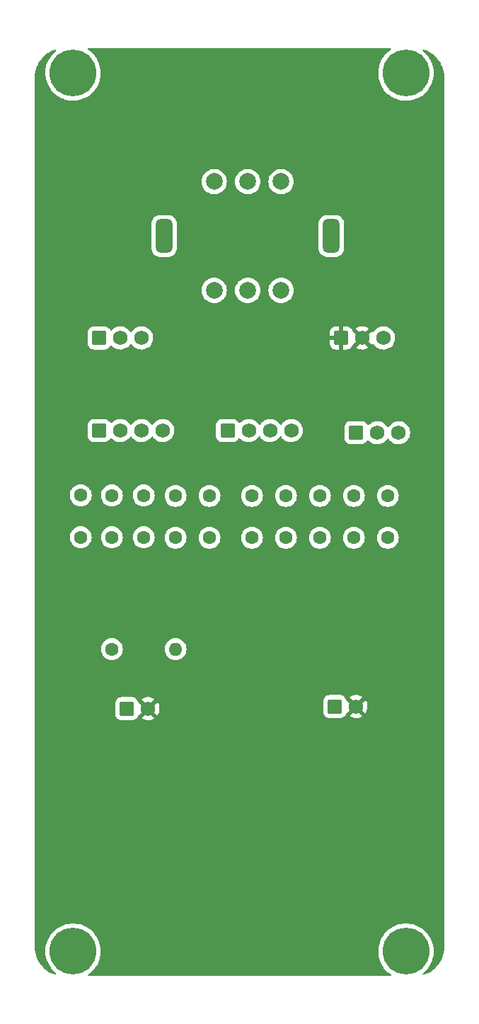
<source format=gbr>
%TF.GenerationSoftware,KiCad,Pcbnew,(6.0.7)*%
%TF.CreationDate,2023-02-23T21:55:11-05:00*%
%TF.ProjectId,PASS_TONE_CTRL,50415353-5f54-44f4-9e45-5f4354524c2e,rev?*%
%TF.SameCoordinates,Original*%
%TF.FileFunction,Copper,L1,Top*%
%TF.FilePolarity,Positive*%
%FSLAX46Y46*%
G04 Gerber Fmt 4.6, Leading zero omitted, Abs format (unit mm)*
G04 Created by KiCad (PCBNEW (6.0.7)) date 2023-02-23 21:55:11*
%MOMM*%
%LPD*%
G01*
G04 APERTURE LIST*
G04 Aperture macros list*
%AMRoundRect*
0 Rectangle with rounded corners*
0 $1 Rounding radius*
0 $2 $3 $4 $5 $6 $7 $8 $9 X,Y pos of 4 corners*
0 Add a 4 corners polygon primitive as box body*
4,1,4,$2,$3,$4,$5,$6,$7,$8,$9,$2,$3,0*
0 Add four circle primitives for the rounded corners*
1,1,$1+$1,$2,$3*
1,1,$1+$1,$4,$5*
1,1,$1+$1,$6,$7*
1,1,$1+$1,$8,$9*
0 Add four rect primitives between the rounded corners*
20,1,$1+$1,$2,$3,$4,$5,0*
20,1,$1+$1,$4,$5,$6,$7,0*
20,1,$1+$1,$6,$7,$8,$9,0*
20,1,$1+$1,$8,$9,$2,$3,0*%
G04 Aperture macros list end*
%TA.AperFunction,ComponentPad*%
%ADD10C,5.600000*%
%TD*%
%TA.AperFunction,ComponentPad*%
%ADD11RoundRect,0.250000X-0.620000X-0.620000X0.620000X-0.620000X0.620000X0.620000X-0.620000X0.620000X0*%
%TD*%
%TA.AperFunction,ComponentPad*%
%ADD12C,1.740000*%
%TD*%
%TA.AperFunction,ComponentPad*%
%ADD13C,1.600000*%
%TD*%
%TA.AperFunction,ComponentPad*%
%ADD14O,1.600000X1.600000*%
%TD*%
%TA.AperFunction,ComponentPad*%
%ADD15C,2.000000*%
%TD*%
%TA.AperFunction,ComponentPad*%
%ADD16RoundRect,0.500000X0.500000X1.500000X-0.500000X1.500000X-0.500000X-1.500000X0.500000X-1.500000X0*%
%TD*%
G04 APERTURE END LIST*
D10*
%TO.P,H2,1*%
%TO.N,N/C*%
X144920000Y-43500000D03*
%TD*%
D11*
%TO.P,R6,1,Pin_1*%
%TO.N,Earth*%
X137160000Y-75184000D03*
D12*
%TO.P,R6,2,Pin_2*%
X139700000Y-75184000D03*
%TO.P,R6,3,Pin_3*%
%TO.N,Net-(R6-Pad3)*%
X142240000Y-75184000D03*
%TD*%
D11*
%TO.P,J5,1,Pin_1*%
%TO.N,Net-(J5-Pad1)*%
X108204000Y-75184000D03*
D12*
%TO.P,J5,2,Pin_2*%
%TO.N,Net-(J5-Pad2)*%
X110744000Y-75184000D03*
%TO.P,J5,3,Pin_3*%
%TO.N,Net-(J5-Pad3)*%
X113284000Y-75184000D03*
%TD*%
D13*
%TO.P,C8,1*%
%TO.N,Net-(C8-Pad1)*%
X134620000Y-99060000D03*
%TO.P,C8,2*%
%TO.N,Net-(C8-Pad2)*%
X134620000Y-94060000D03*
%TD*%
%TO.P,C7,1*%
%TO.N,Net-(C8-Pad1)*%
X130556000Y-99060000D03*
%TO.P,C7,2*%
%TO.N,Net-(C7-Pad2)*%
X130556000Y-94060000D03*
%TD*%
%TO.P,C10,1*%
%TO.N,Net-(C8-Pad1)*%
X142748000Y-99060000D03*
%TO.P,C10,2*%
%TO.N,Net-(C10-Pad2)*%
X142748000Y-94060000D03*
%TD*%
D11*
%TO.P,J1,1,Pin_1*%
%TO.N,Net-(J1-Pad1)*%
X111506000Y-119504000D03*
D12*
%TO.P,J1,2,Pin_2*%
%TO.N,Earth*%
X114046000Y-119504000D03*
%TD*%
D13*
%TO.P,R1,1*%
%TO.N,Net-(J1-Pad1)*%
X109728000Y-112380000D03*
D14*
%TO.P,R1,2*%
%TO.N,Net-(C8-Pad1)*%
X117348000Y-112380000D03*
%TD*%
D13*
%TO.P,C1,1*%
%TO.N,Net-(C1-Pad1)*%
X106000000Y-94000000D03*
%TO.P,C1,2*%
%TO.N,Net-(C8-Pad1)*%
X106000000Y-99000000D03*
%TD*%
D15*
%TO.P,AUDIO TRANSFORMER,1*%
%TO.N,unconnected-(TR1-Pad1)*%
X129984000Y-56492000D03*
%TO.P,AUDIO TRANSFORMER,2*%
%TO.N,unconnected-(TR1-Pad2)*%
X125984000Y-56492000D03*
%TO.P,AUDIO TRANSFORMER,3*%
%TO.N,unconnected-(TR1-Pad3)*%
X121984000Y-56492000D03*
%TO.P,AUDIO TRANSFORMER,4*%
%TO.N,Net-(R6-Pad3)*%
X121984000Y-69492000D03*
%TO.P,AUDIO TRANSFORMER,5*%
%TO.N,Net-(J5-Pad3)*%
X125984000Y-69492000D03*
%TO.P,AUDIO TRANSFORMER,6*%
%TO.N,Net-(J5-Pad1)*%
X129984000Y-69492000D03*
D16*
%TO.P,AUDIO TRANSFORMER,7*%
%TO.N,N/C*%
X115984000Y-62992000D03*
X135984000Y-62992000D03*
%TD*%
D11*
%TO.P,J2,1,Pin_1*%
%TO.N,Net-(C1-Pad1)*%
X108203000Y-86250000D03*
D12*
%TO.P,J2,2,Pin_2*%
%TO.N,Net-(C2-Pad1)*%
X110743000Y-86250000D03*
%TO.P,J2,3,Pin_3*%
%TO.N,Net-(C3-Pad2)*%
X113283000Y-86250000D03*
%TO.P,J2,4,Pin_4*%
%TO.N,Net-(C4-Pad2)*%
X115823000Y-86250000D03*
%TD*%
D11*
%TO.P,J4,1,Pin_1*%
%TO.N,Net-(C9-Pad2)*%
X138960000Y-86500000D03*
D12*
%TO.P,J4,2,Pin_2*%
%TO.N,Net-(C10-Pad2)*%
X141500000Y-86500000D03*
%TO.P,J4,3,Pin_3*%
%TO.N,Net-(J5-Pad2)*%
X144040000Y-86500000D03*
%TD*%
D13*
%TO.P,C5,1*%
%TO.N,Net-(C8-Pad1)*%
X121412000Y-99060000D03*
%TO.P,C5,2*%
%TO.N,Net-(C5-Pad2)*%
X121412000Y-94060000D03*
%TD*%
%TO.P,C4,1*%
%TO.N,Net-(C8-Pad1)*%
X117348000Y-99060000D03*
%TO.P,C4,2*%
%TO.N,Net-(C4-Pad2)*%
X117348000Y-94060000D03*
%TD*%
%TO.P,C6,1*%
%TO.N,Net-(C8-Pad1)*%
X126492000Y-99060000D03*
%TO.P,C6,2*%
%TO.N,Net-(C6-Pad2)*%
X126492000Y-94060000D03*
%TD*%
%TO.P,C3,1*%
%TO.N,Net-(C8-Pad1)*%
X113538000Y-99020000D03*
%TO.P,C3,2*%
%TO.N,Net-(C3-Pad2)*%
X113538000Y-94020000D03*
%TD*%
D11*
%TO.P,J6,1,Pin_1*%
%TO.N,Net-(C8-Pad1)*%
X136398000Y-119250000D03*
D12*
%TO.P,J6,2,Pin_2*%
%TO.N,Earth*%
X138938000Y-119250000D03*
%TD*%
D13*
%TO.P,C9,1*%
%TO.N,Net-(C8-Pad1)*%
X138684000Y-99060000D03*
%TO.P,C9,2*%
%TO.N,Net-(C9-Pad2)*%
X138684000Y-94060000D03*
%TD*%
D10*
%TO.P,H4,1*%
%TO.N,N/C*%
X144920000Y-148500000D03*
%TD*%
%TO.P,H1,1*%
%TO.N,N/C*%
X105080000Y-43500000D03*
%TD*%
D13*
%TO.P,C2,1*%
%TO.N,Net-(C2-Pad1)*%
X109728000Y-94020000D03*
%TO.P,C2,2*%
%TO.N,Net-(C8-Pad1)*%
X109728000Y-99020000D03*
%TD*%
D11*
%TO.P,J3,1,Pin_1*%
%TO.N,Net-(C5-Pad2)*%
X123570000Y-86250000D03*
D12*
%TO.P,J3,2,Pin_2*%
%TO.N,Net-(C6-Pad2)*%
X126110000Y-86250000D03*
%TO.P,J3,3,Pin_3*%
%TO.N,Net-(C7-Pad2)*%
X128650000Y-86250000D03*
%TO.P,J3,4,Pin_4*%
%TO.N,Net-(C8-Pad2)*%
X131190000Y-86250000D03*
%TD*%
D10*
%TO.P,H3,1*%
%TO.N,N/C*%
X105080000Y-148500000D03*
%TD*%
%TA.AperFunction,Conductor*%
%TO.N,Earth*%
G36*
X143088127Y-40528502D02*
G01*
X143134620Y-40582158D01*
X143144724Y-40652432D01*
X143115230Y-40717012D01*
X143084715Y-40742614D01*
X143067193Y-40753101D01*
X143064467Y-40755163D01*
X143064465Y-40755164D01*
X142845493Y-40920772D01*
X142781367Y-40969270D01*
X142520559Y-41215043D01*
X142287819Y-41487546D01*
X142285900Y-41490358D01*
X142285897Y-41490363D01*
X142260919Y-41526980D01*
X142085871Y-41783591D01*
X141917077Y-42099714D01*
X141783411Y-42432218D01*
X141782491Y-42435492D01*
X141782489Y-42435497D01*
X141716661Y-42669689D01*
X141686437Y-42777213D01*
X141627290Y-43130663D01*
X141606661Y-43488434D01*
X141624792Y-43846340D01*
X141625329Y-43849695D01*
X141625330Y-43849701D01*
X141647901Y-43990618D01*
X141681470Y-44200195D01*
X141776033Y-44545859D01*
X141907374Y-44879288D01*
X142073957Y-45196582D01*
X142075858Y-45199411D01*
X142075864Y-45199421D01*
X142259569Y-45472800D01*
X142273834Y-45494029D01*
X142504665Y-45768150D01*
X142763751Y-46015738D01*
X143048061Y-46233897D01*
X143080056Y-46253350D01*
X143351355Y-46418303D01*
X143351360Y-46418306D01*
X143354270Y-46420075D01*
X143357358Y-46421521D01*
X143357357Y-46421521D01*
X143675710Y-46570649D01*
X143675720Y-46570653D01*
X143678794Y-46572093D01*
X143682012Y-46573195D01*
X143682015Y-46573196D01*
X144014615Y-46687071D01*
X144014623Y-46687073D01*
X144017838Y-46688174D01*
X144367435Y-46766959D01*
X144419728Y-46772917D01*
X144720114Y-46807142D01*
X144720122Y-46807142D01*
X144723497Y-46807527D01*
X144726901Y-46807545D01*
X144726904Y-46807545D01*
X144921227Y-46808562D01*
X145081857Y-46809403D01*
X145085243Y-46809053D01*
X145085245Y-46809053D01*
X145434932Y-46772917D01*
X145434941Y-46772916D01*
X145438324Y-46772566D01*
X145441657Y-46771852D01*
X145441660Y-46771851D01*
X145614186Y-46734864D01*
X145788727Y-46697446D01*
X146128968Y-46584922D01*
X146455066Y-46436311D01*
X146549052Y-46380506D01*
X146760262Y-46255099D01*
X146760267Y-46255096D01*
X146763207Y-46253350D01*
X147049786Y-46038180D01*
X147311451Y-45793319D01*
X147545140Y-45521630D01*
X147651750Y-45366512D01*
X147746190Y-45229101D01*
X147746195Y-45229094D01*
X147748120Y-45226292D01*
X147749732Y-45223298D01*
X147749737Y-45223290D01*
X147916395Y-44913772D01*
X147918017Y-44910760D01*
X148052842Y-44578724D01*
X148063142Y-44542568D01*
X148083527Y-44471006D01*
X148151020Y-44234070D01*
X148188885Y-44012552D01*
X148210829Y-43884175D01*
X148210829Y-43884173D01*
X148211401Y-43880828D01*
X148213511Y-43846340D01*
X148233168Y-43524928D01*
X148233278Y-43523131D01*
X148233359Y-43500000D01*
X148213979Y-43142159D01*
X148156066Y-42788505D01*
X148060297Y-42443173D01*
X148057243Y-42435497D01*
X147929052Y-42113369D01*
X147927793Y-42110205D01*
X147897768Y-42053498D01*
X147761702Y-41796513D01*
X147761698Y-41796506D01*
X147760103Y-41793494D01*
X147559190Y-41496746D01*
X147327403Y-41223432D01*
X147067454Y-40976750D01*
X146975276Y-40906529D01*
X146933209Y-40849337D01*
X146928740Y-40778481D01*
X146963288Y-40716457D01*
X147025884Y-40682958D01*
X147094079Y-40687665D01*
X147330311Y-40772191D01*
X147341735Y-40776922D01*
X147409500Y-40808972D01*
X147640292Y-40918128D01*
X147651188Y-40923953D01*
X147743181Y-40979091D01*
X147934467Y-41093744D01*
X147944748Y-41100614D01*
X148210017Y-41297350D01*
X148219556Y-41305177D01*
X148464282Y-41526985D01*
X148473015Y-41535718D01*
X148694823Y-41780444D01*
X148702650Y-41789983D01*
X148846901Y-41984483D01*
X148899386Y-42055252D01*
X148906256Y-42065533D01*
X149076045Y-42348807D01*
X149081872Y-42359708D01*
X149121348Y-42443173D01*
X149223078Y-42658265D01*
X149227810Y-42669689D01*
X149339072Y-42980645D01*
X149342661Y-42992477D01*
X149422909Y-43312841D01*
X149425321Y-43324969D01*
X149473779Y-43651650D01*
X149474990Y-43663949D01*
X149484117Y-43849701D01*
X149489390Y-43957034D01*
X149488042Y-43982598D01*
X149486309Y-43993724D01*
X149487474Y-44002630D01*
X149490436Y-44025283D01*
X149491500Y-44041621D01*
X149491500Y-147950633D01*
X149490000Y-147970018D01*
X149486309Y-147993724D01*
X149487473Y-148002627D01*
X149487473Y-148002628D01*
X149488839Y-148013076D01*
X149489751Y-148035594D01*
X149485081Y-148130663D01*
X149474991Y-148336045D01*
X149473779Y-148348350D01*
X149425321Y-148675031D01*
X149422909Y-148687159D01*
X149342661Y-149007523D01*
X149339072Y-149019355D01*
X149227810Y-149330311D01*
X149223078Y-149341735D01*
X149081874Y-149640288D01*
X149076045Y-149651193D01*
X148906256Y-149934467D01*
X148899386Y-149944748D01*
X148702650Y-150210017D01*
X148694823Y-150219556D01*
X148473020Y-150464277D01*
X148464282Y-150473015D01*
X148219556Y-150694823D01*
X148210017Y-150702650D01*
X148015517Y-150846901D01*
X147944748Y-150899386D01*
X147934467Y-150906256D01*
X147792101Y-150991588D01*
X147651188Y-151076047D01*
X147640292Y-151081872D01*
X147618155Y-151092342D01*
X147341735Y-151223078D01*
X147330311Y-151227810D01*
X147095748Y-151311738D01*
X147024871Y-151315854D01*
X146963020Y-151280998D01*
X146929832Y-151218236D01*
X146935844Y-151147494D01*
X146977644Y-151092346D01*
X147049786Y-151038180D01*
X147311451Y-150793319D01*
X147545140Y-150521630D01*
X147727429Y-150256398D01*
X147746190Y-150229101D01*
X147746195Y-150229094D01*
X147748120Y-150226292D01*
X147749732Y-150223298D01*
X147749737Y-150223290D01*
X147916395Y-149913772D01*
X147918017Y-149910760D01*
X148052842Y-149578724D01*
X148063142Y-149542568D01*
X148083527Y-149471006D01*
X148151020Y-149234070D01*
X148211401Y-148880828D01*
X148213511Y-148846340D01*
X148233168Y-148524928D01*
X148233278Y-148523131D01*
X148233359Y-148500000D01*
X148213979Y-148142159D01*
X148156066Y-147788505D01*
X148060297Y-147443173D01*
X148057243Y-147435497D01*
X147929052Y-147113369D01*
X147927793Y-147110205D01*
X147897768Y-147053498D01*
X147761702Y-146796513D01*
X147761698Y-146796506D01*
X147760103Y-146793494D01*
X147559190Y-146496746D01*
X147327403Y-146223432D01*
X147067454Y-145976750D01*
X146782384Y-145759585D01*
X146779472Y-145757828D01*
X146779467Y-145757825D01*
X146478443Y-145576236D01*
X146478437Y-145576233D01*
X146475528Y-145574478D01*
X146150475Y-145423593D01*
X145980751Y-145366145D01*
X145814255Y-145309789D01*
X145814250Y-145309788D01*
X145811028Y-145308697D01*
X145612681Y-145264724D01*
X145464493Y-145231871D01*
X145464487Y-145231870D01*
X145461158Y-145231132D01*
X145457769Y-145230758D01*
X145457764Y-145230757D01*
X145108338Y-145192180D01*
X145108333Y-145192180D01*
X145104957Y-145191807D01*
X145101558Y-145191801D01*
X145101557Y-145191801D01*
X144932080Y-145191505D01*
X144746592Y-145191182D01*
X144633413Y-145203277D01*
X144393639Y-145228901D01*
X144393631Y-145228902D01*
X144390256Y-145229263D01*
X144040117Y-145305606D01*
X143700271Y-145419317D01*
X143697178Y-145420739D01*
X143697177Y-145420740D01*
X143690974Y-145423593D01*
X143374694Y-145569066D01*
X143067193Y-145753101D01*
X143064467Y-145755163D01*
X143064465Y-145755164D01*
X143058620Y-145759585D01*
X142781367Y-145969270D01*
X142520559Y-146215043D01*
X142287819Y-146487546D01*
X142285900Y-146490358D01*
X142285897Y-146490363D01*
X142192624Y-146627097D01*
X142085871Y-146783591D01*
X141917077Y-147099714D01*
X141783411Y-147432218D01*
X141782491Y-147435492D01*
X141782489Y-147435497D01*
X141780332Y-147443173D01*
X141686437Y-147777213D01*
X141685875Y-147780570D01*
X141685875Y-147780571D01*
X141643199Y-148035597D01*
X141627290Y-148130663D01*
X141606661Y-148488434D01*
X141624792Y-148846340D01*
X141625329Y-148849695D01*
X141625330Y-148849701D01*
X141630316Y-148880828D01*
X141681470Y-149200195D01*
X141776033Y-149545859D01*
X141907374Y-149879288D01*
X142073957Y-150196582D01*
X142075858Y-150199411D01*
X142075864Y-150199421D01*
X142253841Y-150464277D01*
X142273834Y-150494029D01*
X142504665Y-150768150D01*
X142763751Y-151015738D01*
X143048061Y-151233897D01*
X143050979Y-151235671D01*
X143087437Y-151257838D01*
X143135252Y-151310319D01*
X143147103Y-151380320D01*
X143119228Y-151445615D01*
X143060477Y-151485474D01*
X143021978Y-151491500D01*
X106981120Y-151491500D01*
X106912999Y-151471498D01*
X106866506Y-151417842D01*
X106856402Y-151347568D01*
X106885896Y-151282988D01*
X106916789Y-151257161D01*
X106923207Y-151253350D01*
X106957225Y-151227809D01*
X107021095Y-151179854D01*
X107209786Y-151038180D01*
X107471451Y-150793319D01*
X107705140Y-150521630D01*
X107887429Y-150256398D01*
X107906190Y-150229101D01*
X107906195Y-150229094D01*
X107908120Y-150226292D01*
X107909732Y-150223298D01*
X107909737Y-150223290D01*
X108076395Y-149913772D01*
X108078017Y-149910760D01*
X108212842Y-149578724D01*
X108223142Y-149542568D01*
X108243527Y-149471006D01*
X108311020Y-149234070D01*
X108371401Y-148880828D01*
X108373511Y-148846340D01*
X108393168Y-148524928D01*
X108393278Y-148523131D01*
X108393359Y-148500000D01*
X108373979Y-148142159D01*
X108316066Y-147788505D01*
X108220297Y-147443173D01*
X108217243Y-147435497D01*
X108089052Y-147113369D01*
X108087793Y-147110205D01*
X108057768Y-147053498D01*
X107921702Y-146796513D01*
X107921698Y-146796506D01*
X107920103Y-146793494D01*
X107719190Y-146496746D01*
X107487403Y-146223432D01*
X107227454Y-145976750D01*
X106942384Y-145759585D01*
X106939472Y-145757828D01*
X106939467Y-145757825D01*
X106638443Y-145576236D01*
X106638437Y-145576233D01*
X106635528Y-145574478D01*
X106310475Y-145423593D01*
X106140751Y-145366145D01*
X105974255Y-145309789D01*
X105974250Y-145309788D01*
X105971028Y-145308697D01*
X105772681Y-145264724D01*
X105624493Y-145231871D01*
X105624487Y-145231870D01*
X105621158Y-145231132D01*
X105617769Y-145230758D01*
X105617764Y-145230757D01*
X105268338Y-145192180D01*
X105268333Y-145192180D01*
X105264957Y-145191807D01*
X105261558Y-145191801D01*
X105261557Y-145191801D01*
X105092080Y-145191505D01*
X104906592Y-145191182D01*
X104793413Y-145203277D01*
X104553639Y-145228901D01*
X104553631Y-145228902D01*
X104550256Y-145229263D01*
X104200117Y-145305606D01*
X103860271Y-145419317D01*
X103857178Y-145420739D01*
X103857177Y-145420740D01*
X103850974Y-145423593D01*
X103534694Y-145569066D01*
X103227193Y-145753101D01*
X103224467Y-145755163D01*
X103224465Y-145755164D01*
X103218620Y-145759585D01*
X102941367Y-145969270D01*
X102680559Y-146215043D01*
X102447819Y-146487546D01*
X102445900Y-146490358D01*
X102445897Y-146490363D01*
X102352624Y-146627097D01*
X102245871Y-146783591D01*
X102077077Y-147099714D01*
X101943411Y-147432218D01*
X101942491Y-147435492D01*
X101942489Y-147435497D01*
X101940332Y-147443173D01*
X101846437Y-147777213D01*
X101845875Y-147780570D01*
X101845875Y-147780571D01*
X101803199Y-148035597D01*
X101787290Y-148130663D01*
X101766661Y-148488434D01*
X101784792Y-148846340D01*
X101785329Y-148849695D01*
X101785330Y-148849701D01*
X101790316Y-148880828D01*
X101841470Y-149200195D01*
X101936033Y-149545859D01*
X102067374Y-149879288D01*
X102233957Y-150196582D01*
X102235858Y-150199411D01*
X102235864Y-150199421D01*
X102413841Y-150464277D01*
X102433834Y-150494029D01*
X102664665Y-150768150D01*
X102923751Y-151015738D01*
X103025694Y-151093962D01*
X103067559Y-151151297D01*
X103071781Y-151222168D01*
X103037017Y-151284071D01*
X102974304Y-151317352D01*
X102906540Y-151312556D01*
X102669689Y-151227809D01*
X102658265Y-151223078D01*
X102381845Y-151092342D01*
X102359708Y-151081872D01*
X102348812Y-151076047D01*
X102207899Y-150991588D01*
X102065533Y-150906256D01*
X102055252Y-150899386D01*
X101984483Y-150846901D01*
X101789983Y-150702650D01*
X101780444Y-150694823D01*
X101535718Y-150473015D01*
X101526980Y-150464277D01*
X101305177Y-150219556D01*
X101297350Y-150210017D01*
X101100614Y-149944748D01*
X101093744Y-149934467D01*
X100923955Y-149651193D01*
X100918126Y-149640288D01*
X100776922Y-149341735D01*
X100772190Y-149330311D01*
X100660928Y-149019355D01*
X100657339Y-149007523D01*
X100577091Y-148687159D01*
X100574679Y-148675031D01*
X100526221Y-148348351D01*
X100525009Y-148336045D01*
X100510795Y-148046695D01*
X100512387Y-148019619D01*
X100513576Y-148012552D01*
X100513729Y-148000000D01*
X100509773Y-147972376D01*
X100508500Y-147954514D01*
X100508500Y-120174400D01*
X110127500Y-120174400D01*
X110127837Y-120177646D01*
X110127837Y-120177650D01*
X110137378Y-120269599D01*
X110138474Y-120280166D01*
X110140655Y-120286702D01*
X110140655Y-120286704D01*
X110174238Y-120387364D01*
X110194450Y-120447946D01*
X110287522Y-120598348D01*
X110412697Y-120723305D01*
X110418927Y-120727145D01*
X110418928Y-120727146D01*
X110556090Y-120811694D01*
X110563262Y-120816115D01*
X110605049Y-120829975D01*
X110724611Y-120869632D01*
X110724613Y-120869632D01*
X110731139Y-120871797D01*
X110737975Y-120872497D01*
X110737978Y-120872498D01*
X110771828Y-120875966D01*
X110835600Y-120882500D01*
X112176400Y-120882500D01*
X112179646Y-120882163D01*
X112179650Y-120882163D01*
X112275308Y-120872238D01*
X112275312Y-120872237D01*
X112282166Y-120871526D01*
X112288702Y-120869345D01*
X112288704Y-120869345D01*
X112420806Y-120825272D01*
X112449946Y-120815550D01*
X112600348Y-120722478D01*
X112679214Y-120643474D01*
X113271355Y-120643474D01*
X113276636Y-120650529D01*
X113444087Y-120748380D01*
X113453370Y-120752827D01*
X113655402Y-120829975D01*
X113665300Y-120832851D01*
X113877219Y-120875966D01*
X113887447Y-120877185D01*
X114103560Y-120885111D01*
X114113846Y-120884644D01*
X114328353Y-120857164D01*
X114338439Y-120855021D01*
X114545581Y-120792875D01*
X114555158Y-120789122D01*
X114749378Y-120693975D01*
X114758216Y-120688706D01*
X114809587Y-120652064D01*
X114817988Y-120641364D01*
X114811002Y-120628213D01*
X114058811Y-119876021D01*
X114044868Y-119868408D01*
X114043034Y-119868539D01*
X114036420Y-119872790D01*
X113278112Y-120631099D01*
X113271355Y-120643474D01*
X112679214Y-120643474D01*
X112725305Y-120597303D01*
X112749362Y-120558275D01*
X112814275Y-120452968D01*
X112814276Y-120452966D01*
X112818115Y-120446738D01*
X112850787Y-120348235D01*
X112891218Y-120289875D01*
X112915687Y-120275102D01*
X113673979Y-119516811D01*
X113680356Y-119505132D01*
X114410408Y-119505132D01*
X114410539Y-119506966D01*
X114414790Y-119513580D01*
X115170810Y-120269599D01*
X115182816Y-120276155D01*
X115194555Y-120267186D01*
X115228206Y-120220356D01*
X115233516Y-120211519D01*
X115329329Y-120017655D01*
X115333128Y-120008060D01*
X115359761Y-119920400D01*
X135019500Y-119920400D01*
X135019837Y-119923646D01*
X135019837Y-119923650D01*
X135029591Y-120017655D01*
X135030474Y-120026166D01*
X135086450Y-120193946D01*
X135179522Y-120344348D01*
X135304697Y-120469305D01*
X135310927Y-120473145D01*
X135310928Y-120473146D01*
X135448090Y-120557694D01*
X135455262Y-120562115D01*
X135497049Y-120575975D01*
X135616611Y-120615632D01*
X135616613Y-120615632D01*
X135623139Y-120617797D01*
X135629975Y-120618497D01*
X135629978Y-120618498D01*
X135663828Y-120621966D01*
X135727600Y-120628500D01*
X137068400Y-120628500D01*
X137071646Y-120628163D01*
X137071650Y-120628163D01*
X137167308Y-120618238D01*
X137167312Y-120618237D01*
X137174166Y-120617526D01*
X137180702Y-120615345D01*
X137180704Y-120615345D01*
X137312806Y-120571272D01*
X137341946Y-120561550D01*
X137492348Y-120468478D01*
X137571214Y-120389474D01*
X138163355Y-120389474D01*
X138168636Y-120396529D01*
X138336087Y-120494380D01*
X138345370Y-120498827D01*
X138547402Y-120575975D01*
X138557300Y-120578851D01*
X138769219Y-120621966D01*
X138779447Y-120623185D01*
X138995560Y-120631111D01*
X139005846Y-120630644D01*
X139220353Y-120603164D01*
X139230439Y-120601021D01*
X139437581Y-120538875D01*
X139447158Y-120535122D01*
X139641378Y-120439975D01*
X139650216Y-120434706D01*
X139701587Y-120398064D01*
X139709988Y-120387364D01*
X139703002Y-120374213D01*
X138950811Y-119622021D01*
X138936868Y-119614408D01*
X138935034Y-119614539D01*
X138928420Y-119618790D01*
X138170112Y-120377099D01*
X138163355Y-120389474D01*
X137571214Y-120389474D01*
X137617305Y-120343303D01*
X137652193Y-120286704D01*
X137706275Y-120198968D01*
X137706276Y-120198966D01*
X137710115Y-120192738D01*
X137742787Y-120094235D01*
X137783218Y-120035875D01*
X137807687Y-120021102D01*
X138565979Y-119262811D01*
X138572356Y-119251132D01*
X139302408Y-119251132D01*
X139302539Y-119252966D01*
X139306790Y-119259580D01*
X140062810Y-120015599D01*
X140074816Y-120022155D01*
X140086555Y-120013186D01*
X140120206Y-119966356D01*
X140125516Y-119957519D01*
X140221329Y-119763655D01*
X140225128Y-119754060D01*
X140287991Y-119547156D01*
X140290170Y-119537075D01*
X140318635Y-119320868D01*
X140319154Y-119314193D01*
X140320641Y-119253364D01*
X140320447Y-119246646D01*
X140302580Y-119029316D01*
X140300897Y-119019154D01*
X140248213Y-118809407D01*
X140244895Y-118799660D01*
X140158659Y-118601330D01*
X140153792Y-118592255D01*
X140085528Y-118486734D01*
X140074843Y-118477531D01*
X140065276Y-118481935D01*
X139310021Y-119237189D01*
X139302408Y-119251132D01*
X138572356Y-119251132D01*
X138573592Y-119248868D01*
X138573461Y-119247034D01*
X138569210Y-119240420D01*
X137813453Y-118484664D01*
X137802734Y-118478811D01*
X137752532Y-118428609D01*
X137743595Y-118408099D01*
X137711868Y-118313002D01*
X137709550Y-118306054D01*
X137616478Y-118155652D01*
X137572891Y-118112141D01*
X138164936Y-118112141D01*
X138171679Y-118124468D01*
X138925189Y-118877979D01*
X138939132Y-118885592D01*
X138940966Y-118885461D01*
X138947580Y-118881210D01*
X139705633Y-118123156D01*
X139712650Y-118110305D01*
X139705295Y-118100210D01*
X139698664Y-118095804D01*
X139509334Y-117991288D01*
X139499937Y-117987065D01*
X139296086Y-117914877D01*
X139286115Y-117912243D01*
X139073216Y-117874321D01*
X139062962Y-117873351D01*
X138846716Y-117870708D01*
X138836431Y-117871428D01*
X138622666Y-117904138D01*
X138612647Y-117906525D01*
X138407086Y-117973713D01*
X138397584Y-117977708D01*
X138205768Y-118077560D01*
X138197048Y-118083052D01*
X138173390Y-118100815D01*
X138164936Y-118112141D01*
X137572891Y-118112141D01*
X137491303Y-118030695D01*
X137485072Y-118026854D01*
X137346968Y-117941725D01*
X137346966Y-117941724D01*
X137340738Y-117937885D01*
X137246190Y-117906525D01*
X137179389Y-117884368D01*
X137179387Y-117884368D01*
X137172861Y-117882203D01*
X137166025Y-117881503D01*
X137166022Y-117881502D01*
X137122969Y-117877091D01*
X137068400Y-117871500D01*
X135727600Y-117871500D01*
X135724354Y-117871837D01*
X135724350Y-117871837D01*
X135628692Y-117881762D01*
X135628688Y-117881763D01*
X135621834Y-117882474D01*
X135615298Y-117884655D01*
X135615296Y-117884655D01*
X135483194Y-117928728D01*
X135454054Y-117938450D01*
X135303652Y-118031522D01*
X135178695Y-118156697D01*
X135174855Y-118162927D01*
X135174854Y-118162928D01*
X135096092Y-118290704D01*
X135085885Y-118307262D01*
X135030203Y-118475139D01*
X135019500Y-118579600D01*
X135019500Y-119920400D01*
X115359761Y-119920400D01*
X115395991Y-119801156D01*
X115398170Y-119791075D01*
X115426635Y-119574868D01*
X115427154Y-119568193D01*
X115428641Y-119507364D01*
X115428447Y-119500646D01*
X115410580Y-119283316D01*
X115408897Y-119273154D01*
X115356213Y-119063407D01*
X115352895Y-119053660D01*
X115266659Y-118855330D01*
X115261792Y-118846255D01*
X115193528Y-118740734D01*
X115182843Y-118731531D01*
X115173276Y-118735935D01*
X114418021Y-119491189D01*
X114410408Y-119505132D01*
X113680356Y-119505132D01*
X113681592Y-119502868D01*
X113681461Y-119501034D01*
X113677210Y-119494420D01*
X112921453Y-118738664D01*
X112910734Y-118732811D01*
X112860532Y-118682609D01*
X112851595Y-118662099D01*
X112819868Y-118567002D01*
X112817550Y-118560054D01*
X112724478Y-118409652D01*
X112680891Y-118366141D01*
X113272936Y-118366141D01*
X113279679Y-118378468D01*
X114033189Y-119131979D01*
X114047132Y-119139592D01*
X114048966Y-119139461D01*
X114055580Y-119135210D01*
X114813633Y-118377156D01*
X114820650Y-118364305D01*
X114813295Y-118354210D01*
X114806664Y-118349804D01*
X114617334Y-118245288D01*
X114607937Y-118241065D01*
X114404086Y-118168877D01*
X114394115Y-118166243D01*
X114181216Y-118128321D01*
X114170962Y-118127351D01*
X113954716Y-118124708D01*
X113944431Y-118125428D01*
X113730666Y-118158138D01*
X113720647Y-118160525D01*
X113515086Y-118227713D01*
X113505584Y-118231708D01*
X113313768Y-118331560D01*
X113305048Y-118337052D01*
X113281390Y-118354815D01*
X113272936Y-118366141D01*
X112680891Y-118366141D01*
X112599303Y-118284695D01*
X112593072Y-118280854D01*
X112454968Y-118195725D01*
X112454966Y-118195724D01*
X112448738Y-118191885D01*
X112354190Y-118160525D01*
X112287389Y-118138368D01*
X112287387Y-118138368D01*
X112280861Y-118136203D01*
X112274025Y-118135503D01*
X112274022Y-118135502D01*
X112230969Y-118131091D01*
X112176400Y-118125500D01*
X110835600Y-118125500D01*
X110832354Y-118125837D01*
X110832350Y-118125837D01*
X110736692Y-118135762D01*
X110736688Y-118135763D01*
X110729834Y-118136474D01*
X110723298Y-118138655D01*
X110723296Y-118138655D01*
X110591194Y-118182728D01*
X110562054Y-118192450D01*
X110411652Y-118285522D01*
X110286695Y-118410697D01*
X110282855Y-118416927D01*
X110282854Y-118416928D01*
X110242757Y-118481978D01*
X110193885Y-118561262D01*
X110138203Y-118729139D01*
X110127500Y-118833600D01*
X110127500Y-120174400D01*
X100508500Y-120174400D01*
X100508500Y-112380000D01*
X108414502Y-112380000D01*
X108434457Y-112608087D01*
X108493716Y-112829243D01*
X108496039Y-112834224D01*
X108496039Y-112834225D01*
X108588151Y-113031762D01*
X108588154Y-113031767D01*
X108590477Y-113036749D01*
X108721802Y-113224300D01*
X108883700Y-113386198D01*
X108888208Y-113389355D01*
X108888211Y-113389357D01*
X108966389Y-113444098D01*
X109071251Y-113517523D01*
X109076233Y-113519846D01*
X109076238Y-113519849D01*
X109273775Y-113611961D01*
X109278757Y-113614284D01*
X109284065Y-113615706D01*
X109284067Y-113615707D01*
X109494598Y-113672119D01*
X109494600Y-113672119D01*
X109499913Y-113673543D01*
X109728000Y-113693498D01*
X109956087Y-113673543D01*
X109961400Y-113672119D01*
X109961402Y-113672119D01*
X110171933Y-113615707D01*
X110171935Y-113615706D01*
X110177243Y-113614284D01*
X110182225Y-113611961D01*
X110379762Y-113519849D01*
X110379767Y-113519846D01*
X110384749Y-113517523D01*
X110489611Y-113444098D01*
X110567789Y-113389357D01*
X110567792Y-113389355D01*
X110572300Y-113386198D01*
X110734198Y-113224300D01*
X110865523Y-113036749D01*
X110867846Y-113031767D01*
X110867849Y-113031762D01*
X110959961Y-112834225D01*
X110959961Y-112834224D01*
X110962284Y-112829243D01*
X111021543Y-112608087D01*
X111041498Y-112380000D01*
X116034502Y-112380000D01*
X116054457Y-112608087D01*
X116113716Y-112829243D01*
X116116039Y-112834224D01*
X116116039Y-112834225D01*
X116208151Y-113031762D01*
X116208154Y-113031767D01*
X116210477Y-113036749D01*
X116341802Y-113224300D01*
X116503700Y-113386198D01*
X116508208Y-113389355D01*
X116508211Y-113389357D01*
X116586389Y-113444098D01*
X116691251Y-113517523D01*
X116696233Y-113519846D01*
X116696238Y-113519849D01*
X116893775Y-113611961D01*
X116898757Y-113614284D01*
X116904065Y-113615706D01*
X116904067Y-113615707D01*
X117114598Y-113672119D01*
X117114600Y-113672119D01*
X117119913Y-113673543D01*
X117348000Y-113693498D01*
X117576087Y-113673543D01*
X117581400Y-113672119D01*
X117581402Y-113672119D01*
X117791933Y-113615707D01*
X117791935Y-113615706D01*
X117797243Y-113614284D01*
X117802225Y-113611961D01*
X117999762Y-113519849D01*
X117999767Y-113519846D01*
X118004749Y-113517523D01*
X118109611Y-113444098D01*
X118187789Y-113389357D01*
X118187792Y-113389355D01*
X118192300Y-113386198D01*
X118354198Y-113224300D01*
X118485523Y-113036749D01*
X118487846Y-113031767D01*
X118487849Y-113031762D01*
X118579961Y-112834225D01*
X118579961Y-112834224D01*
X118582284Y-112829243D01*
X118641543Y-112608087D01*
X118661498Y-112380000D01*
X118641543Y-112151913D01*
X118582284Y-111930757D01*
X118579961Y-111925775D01*
X118487849Y-111728238D01*
X118487846Y-111728233D01*
X118485523Y-111723251D01*
X118354198Y-111535700D01*
X118192300Y-111373802D01*
X118187792Y-111370645D01*
X118187789Y-111370643D01*
X118109611Y-111315902D01*
X118004749Y-111242477D01*
X117999767Y-111240154D01*
X117999762Y-111240151D01*
X117802225Y-111148039D01*
X117802224Y-111148039D01*
X117797243Y-111145716D01*
X117791935Y-111144294D01*
X117791933Y-111144293D01*
X117581402Y-111087881D01*
X117581400Y-111087881D01*
X117576087Y-111086457D01*
X117348000Y-111066502D01*
X117119913Y-111086457D01*
X117114600Y-111087881D01*
X117114598Y-111087881D01*
X116904067Y-111144293D01*
X116904065Y-111144294D01*
X116898757Y-111145716D01*
X116893776Y-111148039D01*
X116893775Y-111148039D01*
X116696238Y-111240151D01*
X116696233Y-111240154D01*
X116691251Y-111242477D01*
X116586389Y-111315902D01*
X116508211Y-111370643D01*
X116508208Y-111370645D01*
X116503700Y-111373802D01*
X116341802Y-111535700D01*
X116210477Y-111723251D01*
X116208154Y-111728233D01*
X116208151Y-111728238D01*
X116116039Y-111925775D01*
X116113716Y-111930757D01*
X116054457Y-112151913D01*
X116034502Y-112380000D01*
X111041498Y-112380000D01*
X111021543Y-112151913D01*
X110962284Y-111930757D01*
X110959961Y-111925775D01*
X110867849Y-111728238D01*
X110867846Y-111728233D01*
X110865523Y-111723251D01*
X110734198Y-111535700D01*
X110572300Y-111373802D01*
X110567792Y-111370645D01*
X110567789Y-111370643D01*
X110489611Y-111315902D01*
X110384749Y-111242477D01*
X110379767Y-111240154D01*
X110379762Y-111240151D01*
X110182225Y-111148039D01*
X110182224Y-111148039D01*
X110177243Y-111145716D01*
X110171935Y-111144294D01*
X110171933Y-111144293D01*
X109961402Y-111087881D01*
X109961400Y-111087881D01*
X109956087Y-111086457D01*
X109728000Y-111066502D01*
X109499913Y-111086457D01*
X109494600Y-111087881D01*
X109494598Y-111087881D01*
X109284067Y-111144293D01*
X109284065Y-111144294D01*
X109278757Y-111145716D01*
X109273776Y-111148039D01*
X109273775Y-111148039D01*
X109076238Y-111240151D01*
X109076233Y-111240154D01*
X109071251Y-111242477D01*
X108966389Y-111315902D01*
X108888211Y-111370643D01*
X108888208Y-111370645D01*
X108883700Y-111373802D01*
X108721802Y-111535700D01*
X108590477Y-111723251D01*
X108588154Y-111728233D01*
X108588151Y-111728238D01*
X108496039Y-111925775D01*
X108493716Y-111930757D01*
X108434457Y-112151913D01*
X108414502Y-112380000D01*
X100508500Y-112380000D01*
X100508500Y-99000000D01*
X104686502Y-99000000D01*
X104706457Y-99228087D01*
X104707881Y-99233400D01*
X104707881Y-99233402D01*
X104710348Y-99242607D01*
X104765716Y-99449243D01*
X104768039Y-99454224D01*
X104768039Y-99454225D01*
X104860151Y-99651762D01*
X104860154Y-99651767D01*
X104862477Y-99656749D01*
X104993802Y-99844300D01*
X105155700Y-100006198D01*
X105160208Y-100009355D01*
X105160211Y-100009357D01*
X105178697Y-100022301D01*
X105343251Y-100137523D01*
X105348233Y-100139846D01*
X105348238Y-100139849D01*
X105471922Y-100197523D01*
X105550757Y-100234284D01*
X105556065Y-100235706D01*
X105556067Y-100235707D01*
X105766598Y-100292119D01*
X105766600Y-100292119D01*
X105771913Y-100293543D01*
X106000000Y-100313498D01*
X106228087Y-100293543D01*
X106233400Y-100292119D01*
X106233402Y-100292119D01*
X106443933Y-100235707D01*
X106443935Y-100235706D01*
X106449243Y-100234284D01*
X106528078Y-100197523D01*
X106651762Y-100139849D01*
X106651767Y-100139846D01*
X106656749Y-100137523D01*
X106821303Y-100022301D01*
X106839789Y-100009357D01*
X106839792Y-100009355D01*
X106844300Y-100006198D01*
X107006198Y-99844300D01*
X107137523Y-99656749D01*
X107139846Y-99651767D01*
X107139849Y-99651762D01*
X107231961Y-99454225D01*
X107231961Y-99454224D01*
X107234284Y-99449243D01*
X107289653Y-99242607D01*
X107292119Y-99233402D01*
X107292119Y-99233400D01*
X107293543Y-99228087D01*
X107311748Y-99020000D01*
X108414502Y-99020000D01*
X108434457Y-99248087D01*
X108493716Y-99469243D01*
X108496039Y-99474224D01*
X108496039Y-99474225D01*
X108588151Y-99671762D01*
X108588154Y-99671767D01*
X108590477Y-99676749D01*
X108621642Y-99721257D01*
X108710527Y-99848197D01*
X108721802Y-99864300D01*
X108883700Y-100026198D01*
X108888208Y-100029355D01*
X108888211Y-100029357D01*
X108935260Y-100062301D01*
X109071251Y-100157523D01*
X109076233Y-100159846D01*
X109076238Y-100159849D01*
X109238918Y-100235707D01*
X109278757Y-100254284D01*
X109284065Y-100255706D01*
X109284067Y-100255707D01*
X109494598Y-100312119D01*
X109494600Y-100312119D01*
X109499913Y-100313543D01*
X109728000Y-100333498D01*
X109956087Y-100313543D01*
X109961400Y-100312119D01*
X109961402Y-100312119D01*
X110171933Y-100255707D01*
X110171935Y-100255706D01*
X110177243Y-100254284D01*
X110217082Y-100235707D01*
X110379762Y-100159849D01*
X110379767Y-100159846D01*
X110384749Y-100157523D01*
X110520740Y-100062301D01*
X110567789Y-100029357D01*
X110567792Y-100029355D01*
X110572300Y-100026198D01*
X110734198Y-99864300D01*
X110745474Y-99848197D01*
X110834358Y-99721257D01*
X110865523Y-99676749D01*
X110867846Y-99671767D01*
X110867849Y-99671762D01*
X110959961Y-99474225D01*
X110959961Y-99474224D01*
X110962284Y-99469243D01*
X111021543Y-99248087D01*
X111041498Y-99020000D01*
X112224502Y-99020000D01*
X112244457Y-99248087D01*
X112303716Y-99469243D01*
X112306039Y-99474224D01*
X112306039Y-99474225D01*
X112398151Y-99671762D01*
X112398154Y-99671767D01*
X112400477Y-99676749D01*
X112431642Y-99721257D01*
X112520527Y-99848197D01*
X112531802Y-99864300D01*
X112693700Y-100026198D01*
X112698208Y-100029355D01*
X112698211Y-100029357D01*
X112745260Y-100062301D01*
X112881251Y-100157523D01*
X112886233Y-100159846D01*
X112886238Y-100159849D01*
X113048918Y-100235707D01*
X113088757Y-100254284D01*
X113094065Y-100255706D01*
X113094067Y-100255707D01*
X113304598Y-100312119D01*
X113304600Y-100312119D01*
X113309913Y-100313543D01*
X113538000Y-100333498D01*
X113766087Y-100313543D01*
X113771400Y-100312119D01*
X113771402Y-100312119D01*
X113981933Y-100255707D01*
X113981935Y-100255706D01*
X113987243Y-100254284D01*
X114027082Y-100235707D01*
X114189762Y-100159849D01*
X114189767Y-100159846D01*
X114194749Y-100157523D01*
X114330740Y-100062301D01*
X114377789Y-100029357D01*
X114377792Y-100029355D01*
X114382300Y-100026198D01*
X114544198Y-99864300D01*
X114555474Y-99848197D01*
X114644358Y-99721257D01*
X114675523Y-99676749D01*
X114677846Y-99671767D01*
X114677849Y-99671762D01*
X114769961Y-99474225D01*
X114769961Y-99474224D01*
X114772284Y-99469243D01*
X114831543Y-99248087D01*
X114847998Y-99060000D01*
X116034502Y-99060000D01*
X116054457Y-99288087D01*
X116113716Y-99509243D01*
X116116039Y-99514224D01*
X116116039Y-99514225D01*
X116208151Y-99711762D01*
X116208154Y-99711767D01*
X116210477Y-99716749D01*
X116213634Y-99721257D01*
X116313794Y-99864300D01*
X116341802Y-99904300D01*
X116503700Y-100066198D01*
X116508208Y-100069355D01*
X116508211Y-100069357D01*
X116586389Y-100124098D01*
X116691251Y-100197523D01*
X116696233Y-100199846D01*
X116696238Y-100199849D01*
X116893775Y-100291961D01*
X116898757Y-100294284D01*
X116904065Y-100295706D01*
X116904067Y-100295707D01*
X117114598Y-100352119D01*
X117114600Y-100352119D01*
X117119913Y-100353543D01*
X117348000Y-100373498D01*
X117576087Y-100353543D01*
X117581400Y-100352119D01*
X117581402Y-100352119D01*
X117791933Y-100295707D01*
X117791935Y-100295706D01*
X117797243Y-100294284D01*
X117802225Y-100291961D01*
X117999762Y-100199849D01*
X117999767Y-100199846D01*
X118004749Y-100197523D01*
X118109611Y-100124098D01*
X118187789Y-100069357D01*
X118187792Y-100069355D01*
X118192300Y-100066198D01*
X118354198Y-99904300D01*
X118382207Y-99864300D01*
X118482366Y-99721257D01*
X118485523Y-99716749D01*
X118487846Y-99711767D01*
X118487849Y-99711762D01*
X118579961Y-99514225D01*
X118579961Y-99514224D01*
X118582284Y-99509243D01*
X118641543Y-99288087D01*
X118661498Y-99060000D01*
X120098502Y-99060000D01*
X120118457Y-99288087D01*
X120177716Y-99509243D01*
X120180039Y-99514224D01*
X120180039Y-99514225D01*
X120272151Y-99711762D01*
X120272154Y-99711767D01*
X120274477Y-99716749D01*
X120277634Y-99721257D01*
X120377794Y-99864300D01*
X120405802Y-99904300D01*
X120567700Y-100066198D01*
X120572208Y-100069355D01*
X120572211Y-100069357D01*
X120650389Y-100124098D01*
X120755251Y-100197523D01*
X120760233Y-100199846D01*
X120760238Y-100199849D01*
X120957775Y-100291961D01*
X120962757Y-100294284D01*
X120968065Y-100295706D01*
X120968067Y-100295707D01*
X121178598Y-100352119D01*
X121178600Y-100352119D01*
X121183913Y-100353543D01*
X121412000Y-100373498D01*
X121640087Y-100353543D01*
X121645400Y-100352119D01*
X121645402Y-100352119D01*
X121855933Y-100295707D01*
X121855935Y-100295706D01*
X121861243Y-100294284D01*
X121866225Y-100291961D01*
X122063762Y-100199849D01*
X122063767Y-100199846D01*
X122068749Y-100197523D01*
X122173611Y-100124098D01*
X122251789Y-100069357D01*
X122251792Y-100069355D01*
X122256300Y-100066198D01*
X122418198Y-99904300D01*
X122446207Y-99864300D01*
X122546366Y-99721257D01*
X122549523Y-99716749D01*
X122551846Y-99711767D01*
X122551849Y-99711762D01*
X122643961Y-99514225D01*
X122643961Y-99514224D01*
X122646284Y-99509243D01*
X122705543Y-99288087D01*
X122725498Y-99060000D01*
X125178502Y-99060000D01*
X125198457Y-99288087D01*
X125257716Y-99509243D01*
X125260039Y-99514224D01*
X125260039Y-99514225D01*
X125352151Y-99711762D01*
X125352154Y-99711767D01*
X125354477Y-99716749D01*
X125357634Y-99721257D01*
X125457794Y-99864300D01*
X125485802Y-99904300D01*
X125647700Y-100066198D01*
X125652208Y-100069355D01*
X125652211Y-100069357D01*
X125730389Y-100124098D01*
X125835251Y-100197523D01*
X125840233Y-100199846D01*
X125840238Y-100199849D01*
X126037775Y-100291961D01*
X126042757Y-100294284D01*
X126048065Y-100295706D01*
X126048067Y-100295707D01*
X126258598Y-100352119D01*
X126258600Y-100352119D01*
X126263913Y-100353543D01*
X126492000Y-100373498D01*
X126720087Y-100353543D01*
X126725400Y-100352119D01*
X126725402Y-100352119D01*
X126935933Y-100295707D01*
X126935935Y-100295706D01*
X126941243Y-100294284D01*
X126946225Y-100291961D01*
X127143762Y-100199849D01*
X127143767Y-100199846D01*
X127148749Y-100197523D01*
X127253611Y-100124098D01*
X127331789Y-100069357D01*
X127331792Y-100069355D01*
X127336300Y-100066198D01*
X127498198Y-99904300D01*
X127526207Y-99864300D01*
X127626366Y-99721257D01*
X127629523Y-99716749D01*
X127631846Y-99711767D01*
X127631849Y-99711762D01*
X127723961Y-99514225D01*
X127723961Y-99514224D01*
X127726284Y-99509243D01*
X127785543Y-99288087D01*
X127805498Y-99060000D01*
X129242502Y-99060000D01*
X129262457Y-99288087D01*
X129321716Y-99509243D01*
X129324039Y-99514224D01*
X129324039Y-99514225D01*
X129416151Y-99711762D01*
X129416154Y-99711767D01*
X129418477Y-99716749D01*
X129421634Y-99721257D01*
X129521794Y-99864300D01*
X129549802Y-99904300D01*
X129711700Y-100066198D01*
X129716208Y-100069355D01*
X129716211Y-100069357D01*
X129794389Y-100124098D01*
X129899251Y-100197523D01*
X129904233Y-100199846D01*
X129904238Y-100199849D01*
X130101775Y-100291961D01*
X130106757Y-100294284D01*
X130112065Y-100295706D01*
X130112067Y-100295707D01*
X130322598Y-100352119D01*
X130322600Y-100352119D01*
X130327913Y-100353543D01*
X130556000Y-100373498D01*
X130784087Y-100353543D01*
X130789400Y-100352119D01*
X130789402Y-100352119D01*
X130999933Y-100295707D01*
X130999935Y-100295706D01*
X131005243Y-100294284D01*
X131010225Y-100291961D01*
X131207762Y-100199849D01*
X131207767Y-100199846D01*
X131212749Y-100197523D01*
X131317611Y-100124098D01*
X131395789Y-100069357D01*
X131395792Y-100069355D01*
X131400300Y-100066198D01*
X131562198Y-99904300D01*
X131590207Y-99864300D01*
X131690366Y-99721257D01*
X131693523Y-99716749D01*
X131695846Y-99711767D01*
X131695849Y-99711762D01*
X131787961Y-99514225D01*
X131787961Y-99514224D01*
X131790284Y-99509243D01*
X131849543Y-99288087D01*
X131869498Y-99060000D01*
X133306502Y-99060000D01*
X133326457Y-99288087D01*
X133385716Y-99509243D01*
X133388039Y-99514224D01*
X133388039Y-99514225D01*
X133480151Y-99711762D01*
X133480154Y-99711767D01*
X133482477Y-99716749D01*
X133485634Y-99721257D01*
X133585794Y-99864300D01*
X133613802Y-99904300D01*
X133775700Y-100066198D01*
X133780208Y-100069355D01*
X133780211Y-100069357D01*
X133858389Y-100124098D01*
X133963251Y-100197523D01*
X133968233Y-100199846D01*
X133968238Y-100199849D01*
X134165775Y-100291961D01*
X134170757Y-100294284D01*
X134176065Y-100295706D01*
X134176067Y-100295707D01*
X134386598Y-100352119D01*
X134386600Y-100352119D01*
X134391913Y-100353543D01*
X134620000Y-100373498D01*
X134848087Y-100353543D01*
X134853400Y-100352119D01*
X134853402Y-100352119D01*
X135063933Y-100295707D01*
X135063935Y-100295706D01*
X135069243Y-100294284D01*
X135074225Y-100291961D01*
X135271762Y-100199849D01*
X135271767Y-100199846D01*
X135276749Y-100197523D01*
X135381611Y-100124098D01*
X135459789Y-100069357D01*
X135459792Y-100069355D01*
X135464300Y-100066198D01*
X135626198Y-99904300D01*
X135654207Y-99864300D01*
X135754366Y-99721257D01*
X135757523Y-99716749D01*
X135759846Y-99711767D01*
X135759849Y-99711762D01*
X135851961Y-99514225D01*
X135851961Y-99514224D01*
X135854284Y-99509243D01*
X135913543Y-99288087D01*
X135933498Y-99060000D01*
X137370502Y-99060000D01*
X137390457Y-99288087D01*
X137449716Y-99509243D01*
X137452039Y-99514224D01*
X137452039Y-99514225D01*
X137544151Y-99711762D01*
X137544154Y-99711767D01*
X137546477Y-99716749D01*
X137549634Y-99721257D01*
X137649794Y-99864300D01*
X137677802Y-99904300D01*
X137839700Y-100066198D01*
X137844208Y-100069355D01*
X137844211Y-100069357D01*
X137922389Y-100124098D01*
X138027251Y-100197523D01*
X138032233Y-100199846D01*
X138032238Y-100199849D01*
X138229775Y-100291961D01*
X138234757Y-100294284D01*
X138240065Y-100295706D01*
X138240067Y-100295707D01*
X138450598Y-100352119D01*
X138450600Y-100352119D01*
X138455913Y-100353543D01*
X138684000Y-100373498D01*
X138912087Y-100353543D01*
X138917400Y-100352119D01*
X138917402Y-100352119D01*
X139127933Y-100295707D01*
X139127935Y-100295706D01*
X139133243Y-100294284D01*
X139138225Y-100291961D01*
X139335762Y-100199849D01*
X139335767Y-100199846D01*
X139340749Y-100197523D01*
X139445611Y-100124098D01*
X139523789Y-100069357D01*
X139523792Y-100069355D01*
X139528300Y-100066198D01*
X139690198Y-99904300D01*
X139718207Y-99864300D01*
X139818366Y-99721257D01*
X139821523Y-99716749D01*
X139823846Y-99711767D01*
X139823849Y-99711762D01*
X139915961Y-99514225D01*
X139915961Y-99514224D01*
X139918284Y-99509243D01*
X139977543Y-99288087D01*
X139997498Y-99060000D01*
X141434502Y-99060000D01*
X141454457Y-99288087D01*
X141513716Y-99509243D01*
X141516039Y-99514224D01*
X141516039Y-99514225D01*
X141608151Y-99711762D01*
X141608154Y-99711767D01*
X141610477Y-99716749D01*
X141613634Y-99721257D01*
X141713794Y-99864300D01*
X141741802Y-99904300D01*
X141903700Y-100066198D01*
X141908208Y-100069355D01*
X141908211Y-100069357D01*
X141986389Y-100124098D01*
X142091251Y-100197523D01*
X142096233Y-100199846D01*
X142096238Y-100199849D01*
X142293775Y-100291961D01*
X142298757Y-100294284D01*
X142304065Y-100295706D01*
X142304067Y-100295707D01*
X142514598Y-100352119D01*
X142514600Y-100352119D01*
X142519913Y-100353543D01*
X142748000Y-100373498D01*
X142976087Y-100353543D01*
X142981400Y-100352119D01*
X142981402Y-100352119D01*
X143191933Y-100295707D01*
X143191935Y-100295706D01*
X143197243Y-100294284D01*
X143202225Y-100291961D01*
X143399762Y-100199849D01*
X143399767Y-100199846D01*
X143404749Y-100197523D01*
X143509611Y-100124098D01*
X143587789Y-100069357D01*
X143587792Y-100069355D01*
X143592300Y-100066198D01*
X143754198Y-99904300D01*
X143782207Y-99864300D01*
X143882366Y-99721257D01*
X143885523Y-99716749D01*
X143887846Y-99711767D01*
X143887849Y-99711762D01*
X143979961Y-99514225D01*
X143979961Y-99514224D01*
X143982284Y-99509243D01*
X144041543Y-99288087D01*
X144061498Y-99060000D01*
X144041543Y-98831913D01*
X143982284Y-98610757D01*
X143951983Y-98545775D01*
X143887849Y-98408238D01*
X143887846Y-98408233D01*
X143885523Y-98403251D01*
X143754198Y-98215700D01*
X143592300Y-98053802D01*
X143587792Y-98050645D01*
X143587789Y-98050643D01*
X143502100Y-97990643D01*
X143404749Y-97922477D01*
X143399767Y-97920154D01*
X143399762Y-97920151D01*
X143202225Y-97828039D01*
X143202224Y-97828039D01*
X143197243Y-97825716D01*
X143191935Y-97824294D01*
X143191933Y-97824293D01*
X142981402Y-97767881D01*
X142981400Y-97767881D01*
X142976087Y-97766457D01*
X142748000Y-97746502D01*
X142519913Y-97766457D01*
X142514600Y-97767881D01*
X142514598Y-97767881D01*
X142304067Y-97824293D01*
X142304065Y-97824294D01*
X142298757Y-97825716D01*
X142293776Y-97828039D01*
X142293775Y-97828039D01*
X142096238Y-97920151D01*
X142096233Y-97920154D01*
X142091251Y-97922477D01*
X141993900Y-97990643D01*
X141908211Y-98050643D01*
X141908208Y-98050645D01*
X141903700Y-98053802D01*
X141741802Y-98215700D01*
X141610477Y-98403251D01*
X141608154Y-98408233D01*
X141608151Y-98408238D01*
X141544017Y-98545775D01*
X141513716Y-98610757D01*
X141454457Y-98831913D01*
X141434502Y-99060000D01*
X139997498Y-99060000D01*
X139977543Y-98831913D01*
X139918284Y-98610757D01*
X139887983Y-98545775D01*
X139823849Y-98408238D01*
X139823846Y-98408233D01*
X139821523Y-98403251D01*
X139690198Y-98215700D01*
X139528300Y-98053802D01*
X139523792Y-98050645D01*
X139523789Y-98050643D01*
X139438100Y-97990643D01*
X139340749Y-97922477D01*
X139335767Y-97920154D01*
X139335762Y-97920151D01*
X139138225Y-97828039D01*
X139138224Y-97828039D01*
X139133243Y-97825716D01*
X139127935Y-97824294D01*
X139127933Y-97824293D01*
X138917402Y-97767881D01*
X138917400Y-97767881D01*
X138912087Y-97766457D01*
X138684000Y-97746502D01*
X138455913Y-97766457D01*
X138450600Y-97767881D01*
X138450598Y-97767881D01*
X138240067Y-97824293D01*
X138240065Y-97824294D01*
X138234757Y-97825716D01*
X138229776Y-97828039D01*
X138229775Y-97828039D01*
X138032238Y-97920151D01*
X138032233Y-97920154D01*
X138027251Y-97922477D01*
X137929900Y-97990643D01*
X137844211Y-98050643D01*
X137844208Y-98050645D01*
X137839700Y-98053802D01*
X137677802Y-98215700D01*
X137546477Y-98403251D01*
X137544154Y-98408233D01*
X137544151Y-98408238D01*
X137480017Y-98545775D01*
X137449716Y-98610757D01*
X137390457Y-98831913D01*
X137370502Y-99060000D01*
X135933498Y-99060000D01*
X135913543Y-98831913D01*
X135854284Y-98610757D01*
X135823983Y-98545775D01*
X135759849Y-98408238D01*
X135759846Y-98408233D01*
X135757523Y-98403251D01*
X135626198Y-98215700D01*
X135464300Y-98053802D01*
X135459792Y-98050645D01*
X135459789Y-98050643D01*
X135374100Y-97990643D01*
X135276749Y-97922477D01*
X135271767Y-97920154D01*
X135271762Y-97920151D01*
X135074225Y-97828039D01*
X135074224Y-97828039D01*
X135069243Y-97825716D01*
X135063935Y-97824294D01*
X135063933Y-97824293D01*
X134853402Y-97767881D01*
X134853400Y-97767881D01*
X134848087Y-97766457D01*
X134620000Y-97746502D01*
X134391913Y-97766457D01*
X134386600Y-97767881D01*
X134386598Y-97767881D01*
X134176067Y-97824293D01*
X134176065Y-97824294D01*
X134170757Y-97825716D01*
X134165776Y-97828039D01*
X134165775Y-97828039D01*
X133968238Y-97920151D01*
X133968233Y-97920154D01*
X133963251Y-97922477D01*
X133865900Y-97990643D01*
X133780211Y-98050643D01*
X133780208Y-98050645D01*
X133775700Y-98053802D01*
X133613802Y-98215700D01*
X133482477Y-98403251D01*
X133480154Y-98408233D01*
X133480151Y-98408238D01*
X133416017Y-98545775D01*
X133385716Y-98610757D01*
X133326457Y-98831913D01*
X133306502Y-99060000D01*
X131869498Y-99060000D01*
X131849543Y-98831913D01*
X131790284Y-98610757D01*
X131759983Y-98545775D01*
X131695849Y-98408238D01*
X131695846Y-98408233D01*
X131693523Y-98403251D01*
X131562198Y-98215700D01*
X131400300Y-98053802D01*
X131395792Y-98050645D01*
X131395789Y-98050643D01*
X131310100Y-97990643D01*
X131212749Y-97922477D01*
X131207767Y-97920154D01*
X131207762Y-97920151D01*
X131010225Y-97828039D01*
X131010224Y-97828039D01*
X131005243Y-97825716D01*
X130999935Y-97824294D01*
X130999933Y-97824293D01*
X130789402Y-97767881D01*
X130789400Y-97767881D01*
X130784087Y-97766457D01*
X130556000Y-97746502D01*
X130327913Y-97766457D01*
X130322600Y-97767881D01*
X130322598Y-97767881D01*
X130112067Y-97824293D01*
X130112065Y-97824294D01*
X130106757Y-97825716D01*
X130101776Y-97828039D01*
X130101775Y-97828039D01*
X129904238Y-97920151D01*
X129904233Y-97920154D01*
X129899251Y-97922477D01*
X129801900Y-97990643D01*
X129716211Y-98050643D01*
X129716208Y-98050645D01*
X129711700Y-98053802D01*
X129549802Y-98215700D01*
X129418477Y-98403251D01*
X129416154Y-98408233D01*
X129416151Y-98408238D01*
X129352017Y-98545775D01*
X129321716Y-98610757D01*
X129262457Y-98831913D01*
X129242502Y-99060000D01*
X127805498Y-99060000D01*
X127785543Y-98831913D01*
X127726284Y-98610757D01*
X127695983Y-98545775D01*
X127631849Y-98408238D01*
X127631846Y-98408233D01*
X127629523Y-98403251D01*
X127498198Y-98215700D01*
X127336300Y-98053802D01*
X127331792Y-98050645D01*
X127331789Y-98050643D01*
X127246100Y-97990643D01*
X127148749Y-97922477D01*
X127143767Y-97920154D01*
X127143762Y-97920151D01*
X126946225Y-97828039D01*
X126946224Y-97828039D01*
X126941243Y-97825716D01*
X126935935Y-97824294D01*
X126935933Y-97824293D01*
X126725402Y-97767881D01*
X126725400Y-97767881D01*
X126720087Y-97766457D01*
X126492000Y-97746502D01*
X126263913Y-97766457D01*
X126258600Y-97767881D01*
X126258598Y-97767881D01*
X126048067Y-97824293D01*
X126048065Y-97824294D01*
X126042757Y-97825716D01*
X126037776Y-97828039D01*
X126037775Y-97828039D01*
X125840238Y-97920151D01*
X125840233Y-97920154D01*
X125835251Y-97922477D01*
X125737900Y-97990643D01*
X125652211Y-98050643D01*
X125652208Y-98050645D01*
X125647700Y-98053802D01*
X125485802Y-98215700D01*
X125354477Y-98403251D01*
X125352154Y-98408233D01*
X125352151Y-98408238D01*
X125288017Y-98545775D01*
X125257716Y-98610757D01*
X125198457Y-98831913D01*
X125178502Y-99060000D01*
X122725498Y-99060000D01*
X122705543Y-98831913D01*
X122646284Y-98610757D01*
X122615983Y-98545775D01*
X122551849Y-98408238D01*
X122551846Y-98408233D01*
X122549523Y-98403251D01*
X122418198Y-98215700D01*
X122256300Y-98053802D01*
X122251792Y-98050645D01*
X122251789Y-98050643D01*
X122166100Y-97990643D01*
X122068749Y-97922477D01*
X122063767Y-97920154D01*
X122063762Y-97920151D01*
X121866225Y-97828039D01*
X121866224Y-97828039D01*
X121861243Y-97825716D01*
X121855935Y-97824294D01*
X121855933Y-97824293D01*
X121645402Y-97767881D01*
X121645400Y-97767881D01*
X121640087Y-97766457D01*
X121412000Y-97746502D01*
X121183913Y-97766457D01*
X121178600Y-97767881D01*
X121178598Y-97767881D01*
X120968067Y-97824293D01*
X120968065Y-97824294D01*
X120962757Y-97825716D01*
X120957776Y-97828039D01*
X120957775Y-97828039D01*
X120760238Y-97920151D01*
X120760233Y-97920154D01*
X120755251Y-97922477D01*
X120657900Y-97990643D01*
X120572211Y-98050643D01*
X120572208Y-98050645D01*
X120567700Y-98053802D01*
X120405802Y-98215700D01*
X120274477Y-98403251D01*
X120272154Y-98408233D01*
X120272151Y-98408238D01*
X120208017Y-98545775D01*
X120177716Y-98610757D01*
X120118457Y-98831913D01*
X120098502Y-99060000D01*
X118661498Y-99060000D01*
X118641543Y-98831913D01*
X118582284Y-98610757D01*
X118551983Y-98545775D01*
X118487849Y-98408238D01*
X118487846Y-98408233D01*
X118485523Y-98403251D01*
X118354198Y-98215700D01*
X118192300Y-98053802D01*
X118187792Y-98050645D01*
X118187789Y-98050643D01*
X118102100Y-97990643D01*
X118004749Y-97922477D01*
X117999767Y-97920154D01*
X117999762Y-97920151D01*
X117802225Y-97828039D01*
X117802224Y-97828039D01*
X117797243Y-97825716D01*
X117791935Y-97824294D01*
X117791933Y-97824293D01*
X117581402Y-97767881D01*
X117581400Y-97767881D01*
X117576087Y-97766457D01*
X117348000Y-97746502D01*
X117119913Y-97766457D01*
X117114600Y-97767881D01*
X117114598Y-97767881D01*
X116904067Y-97824293D01*
X116904065Y-97824294D01*
X116898757Y-97825716D01*
X116893776Y-97828039D01*
X116893775Y-97828039D01*
X116696238Y-97920151D01*
X116696233Y-97920154D01*
X116691251Y-97922477D01*
X116593900Y-97990643D01*
X116508211Y-98050643D01*
X116508208Y-98050645D01*
X116503700Y-98053802D01*
X116341802Y-98215700D01*
X116210477Y-98403251D01*
X116208154Y-98408233D01*
X116208151Y-98408238D01*
X116144017Y-98545775D01*
X116113716Y-98610757D01*
X116054457Y-98831913D01*
X116034502Y-99060000D01*
X114847998Y-99060000D01*
X114851498Y-99020000D01*
X114831543Y-98791913D01*
X114830119Y-98786598D01*
X114773707Y-98576067D01*
X114773706Y-98576065D01*
X114772284Y-98570757D01*
X114696501Y-98408238D01*
X114677849Y-98368238D01*
X114677846Y-98368233D01*
X114675523Y-98363251D01*
X114575365Y-98220211D01*
X114547357Y-98180211D01*
X114547355Y-98180208D01*
X114544198Y-98175700D01*
X114382300Y-98013802D01*
X114377792Y-98010645D01*
X114377789Y-98010643D01*
X114256383Y-97925634D01*
X114194749Y-97882477D01*
X114189767Y-97880154D01*
X114189762Y-97880151D01*
X113992225Y-97788039D01*
X113992224Y-97788039D01*
X113987243Y-97785716D01*
X113981935Y-97784294D01*
X113981933Y-97784293D01*
X113771402Y-97727881D01*
X113771400Y-97727881D01*
X113766087Y-97726457D01*
X113538000Y-97706502D01*
X113309913Y-97726457D01*
X113304600Y-97727881D01*
X113304598Y-97727881D01*
X113094067Y-97784293D01*
X113094065Y-97784294D01*
X113088757Y-97785716D01*
X113083776Y-97788039D01*
X113083775Y-97788039D01*
X112886238Y-97880151D01*
X112886233Y-97880154D01*
X112881251Y-97882477D01*
X112819617Y-97925634D01*
X112698211Y-98010643D01*
X112698208Y-98010645D01*
X112693700Y-98013802D01*
X112531802Y-98175700D01*
X112528645Y-98180208D01*
X112528643Y-98180211D01*
X112500635Y-98220211D01*
X112400477Y-98363251D01*
X112398154Y-98368233D01*
X112398151Y-98368238D01*
X112379499Y-98408238D01*
X112303716Y-98570757D01*
X112302294Y-98576065D01*
X112302293Y-98576067D01*
X112245881Y-98786598D01*
X112244457Y-98791913D01*
X112224502Y-99020000D01*
X111041498Y-99020000D01*
X111021543Y-98791913D01*
X111020119Y-98786598D01*
X110963707Y-98576067D01*
X110963706Y-98576065D01*
X110962284Y-98570757D01*
X110886501Y-98408238D01*
X110867849Y-98368238D01*
X110867846Y-98368233D01*
X110865523Y-98363251D01*
X110765365Y-98220211D01*
X110737357Y-98180211D01*
X110737355Y-98180208D01*
X110734198Y-98175700D01*
X110572300Y-98013802D01*
X110567792Y-98010645D01*
X110567789Y-98010643D01*
X110446383Y-97925634D01*
X110384749Y-97882477D01*
X110379767Y-97880154D01*
X110379762Y-97880151D01*
X110182225Y-97788039D01*
X110182224Y-97788039D01*
X110177243Y-97785716D01*
X110171935Y-97784294D01*
X110171933Y-97784293D01*
X109961402Y-97727881D01*
X109961400Y-97727881D01*
X109956087Y-97726457D01*
X109728000Y-97706502D01*
X109499913Y-97726457D01*
X109494600Y-97727881D01*
X109494598Y-97727881D01*
X109284067Y-97784293D01*
X109284065Y-97784294D01*
X109278757Y-97785716D01*
X109273776Y-97788039D01*
X109273775Y-97788039D01*
X109076238Y-97880151D01*
X109076233Y-97880154D01*
X109071251Y-97882477D01*
X109009617Y-97925634D01*
X108888211Y-98010643D01*
X108888208Y-98010645D01*
X108883700Y-98013802D01*
X108721802Y-98175700D01*
X108718645Y-98180208D01*
X108718643Y-98180211D01*
X108690635Y-98220211D01*
X108590477Y-98363251D01*
X108588154Y-98368233D01*
X108588151Y-98368238D01*
X108569499Y-98408238D01*
X108493716Y-98570757D01*
X108492294Y-98576065D01*
X108492293Y-98576067D01*
X108435881Y-98786598D01*
X108434457Y-98791913D01*
X108414502Y-99020000D01*
X107311748Y-99020000D01*
X107313498Y-99000000D01*
X107293543Y-98771913D01*
X107234284Y-98550757D01*
X107167827Y-98408238D01*
X107139849Y-98348238D01*
X107139846Y-98348233D01*
X107137523Y-98343251D01*
X107020202Y-98175700D01*
X107009357Y-98160211D01*
X107009355Y-98160208D01*
X107006198Y-98155700D01*
X106844300Y-97993802D01*
X106839792Y-97990645D01*
X106839789Y-97990643D01*
X106739116Y-97920151D01*
X106656749Y-97862477D01*
X106651767Y-97860154D01*
X106651762Y-97860151D01*
X106454225Y-97768039D01*
X106454224Y-97768039D01*
X106449243Y-97765716D01*
X106443935Y-97764294D01*
X106443933Y-97764293D01*
X106233402Y-97707881D01*
X106233400Y-97707881D01*
X106228087Y-97706457D01*
X106000000Y-97686502D01*
X105771913Y-97706457D01*
X105766600Y-97707881D01*
X105766598Y-97707881D01*
X105556067Y-97764293D01*
X105556065Y-97764294D01*
X105550757Y-97765716D01*
X105545776Y-97768039D01*
X105545775Y-97768039D01*
X105348238Y-97860151D01*
X105348233Y-97860154D01*
X105343251Y-97862477D01*
X105260884Y-97920151D01*
X105160211Y-97990643D01*
X105160208Y-97990645D01*
X105155700Y-97993802D01*
X104993802Y-98155700D01*
X104990645Y-98160208D01*
X104990643Y-98160211D01*
X104979798Y-98175700D01*
X104862477Y-98343251D01*
X104860154Y-98348233D01*
X104860151Y-98348238D01*
X104832173Y-98408238D01*
X104765716Y-98550757D01*
X104706457Y-98771913D01*
X104686502Y-99000000D01*
X100508500Y-99000000D01*
X100508500Y-94000000D01*
X104686502Y-94000000D01*
X104706457Y-94228087D01*
X104707881Y-94233400D01*
X104707881Y-94233402D01*
X104710348Y-94242607D01*
X104765716Y-94449243D01*
X104768039Y-94454224D01*
X104768039Y-94454225D01*
X104860151Y-94651762D01*
X104860154Y-94651767D01*
X104862477Y-94656749D01*
X104993802Y-94844300D01*
X105155700Y-95006198D01*
X105160208Y-95009355D01*
X105160211Y-95009357D01*
X105178697Y-95022301D01*
X105343251Y-95137523D01*
X105348233Y-95139846D01*
X105348238Y-95139849D01*
X105471922Y-95197523D01*
X105550757Y-95234284D01*
X105556065Y-95235706D01*
X105556067Y-95235707D01*
X105766598Y-95292119D01*
X105766600Y-95292119D01*
X105771913Y-95293543D01*
X106000000Y-95313498D01*
X106228087Y-95293543D01*
X106233400Y-95292119D01*
X106233402Y-95292119D01*
X106443933Y-95235707D01*
X106443935Y-95235706D01*
X106449243Y-95234284D01*
X106528078Y-95197523D01*
X106651762Y-95139849D01*
X106651767Y-95139846D01*
X106656749Y-95137523D01*
X106821303Y-95022301D01*
X106839789Y-95009357D01*
X106839792Y-95009355D01*
X106844300Y-95006198D01*
X107006198Y-94844300D01*
X107137523Y-94656749D01*
X107139846Y-94651767D01*
X107139849Y-94651762D01*
X107231961Y-94454225D01*
X107231961Y-94454224D01*
X107234284Y-94449243D01*
X107289653Y-94242607D01*
X107292119Y-94233402D01*
X107292119Y-94233400D01*
X107293543Y-94228087D01*
X107311748Y-94020000D01*
X108414502Y-94020000D01*
X108434457Y-94248087D01*
X108493716Y-94469243D01*
X108496039Y-94474224D01*
X108496039Y-94474225D01*
X108588151Y-94671762D01*
X108588154Y-94671767D01*
X108590477Y-94676749D01*
X108621642Y-94721257D01*
X108710527Y-94848197D01*
X108721802Y-94864300D01*
X108883700Y-95026198D01*
X108888208Y-95029355D01*
X108888211Y-95029357D01*
X108935260Y-95062301D01*
X109071251Y-95157523D01*
X109076233Y-95159846D01*
X109076238Y-95159849D01*
X109238918Y-95235707D01*
X109278757Y-95254284D01*
X109284065Y-95255706D01*
X109284067Y-95255707D01*
X109494598Y-95312119D01*
X109494600Y-95312119D01*
X109499913Y-95313543D01*
X109728000Y-95333498D01*
X109956087Y-95313543D01*
X109961400Y-95312119D01*
X109961402Y-95312119D01*
X110171933Y-95255707D01*
X110171935Y-95255706D01*
X110177243Y-95254284D01*
X110217082Y-95235707D01*
X110379762Y-95159849D01*
X110379767Y-95159846D01*
X110384749Y-95157523D01*
X110520740Y-95062301D01*
X110567789Y-95029357D01*
X110567792Y-95029355D01*
X110572300Y-95026198D01*
X110734198Y-94864300D01*
X110745474Y-94848197D01*
X110834358Y-94721257D01*
X110865523Y-94676749D01*
X110867846Y-94671767D01*
X110867849Y-94671762D01*
X110959961Y-94474225D01*
X110959961Y-94474224D01*
X110962284Y-94469243D01*
X111021543Y-94248087D01*
X111041498Y-94020000D01*
X112224502Y-94020000D01*
X112244457Y-94248087D01*
X112303716Y-94469243D01*
X112306039Y-94474224D01*
X112306039Y-94474225D01*
X112398151Y-94671762D01*
X112398154Y-94671767D01*
X112400477Y-94676749D01*
X112431642Y-94721257D01*
X112520527Y-94848197D01*
X112531802Y-94864300D01*
X112693700Y-95026198D01*
X112698208Y-95029355D01*
X112698211Y-95029357D01*
X112745260Y-95062301D01*
X112881251Y-95157523D01*
X112886233Y-95159846D01*
X112886238Y-95159849D01*
X113048918Y-95235707D01*
X113088757Y-95254284D01*
X113094065Y-95255706D01*
X113094067Y-95255707D01*
X113304598Y-95312119D01*
X113304600Y-95312119D01*
X113309913Y-95313543D01*
X113538000Y-95333498D01*
X113766087Y-95313543D01*
X113771400Y-95312119D01*
X113771402Y-95312119D01*
X113981933Y-95255707D01*
X113981935Y-95255706D01*
X113987243Y-95254284D01*
X114027082Y-95235707D01*
X114189762Y-95159849D01*
X114189767Y-95159846D01*
X114194749Y-95157523D01*
X114330740Y-95062301D01*
X114377789Y-95029357D01*
X114377792Y-95029355D01*
X114382300Y-95026198D01*
X114544198Y-94864300D01*
X114555474Y-94848197D01*
X114644358Y-94721257D01*
X114675523Y-94676749D01*
X114677846Y-94671767D01*
X114677849Y-94671762D01*
X114769961Y-94474225D01*
X114769961Y-94474224D01*
X114772284Y-94469243D01*
X114831543Y-94248087D01*
X114847998Y-94060000D01*
X116034502Y-94060000D01*
X116054457Y-94288087D01*
X116113716Y-94509243D01*
X116116039Y-94514224D01*
X116116039Y-94514225D01*
X116208151Y-94711762D01*
X116208154Y-94711767D01*
X116210477Y-94716749D01*
X116213634Y-94721257D01*
X116313794Y-94864300D01*
X116341802Y-94904300D01*
X116503700Y-95066198D01*
X116508208Y-95069355D01*
X116508211Y-95069357D01*
X116586389Y-95124098D01*
X116691251Y-95197523D01*
X116696233Y-95199846D01*
X116696238Y-95199849D01*
X116893775Y-95291961D01*
X116898757Y-95294284D01*
X116904065Y-95295706D01*
X116904067Y-95295707D01*
X117114598Y-95352119D01*
X117114600Y-95352119D01*
X117119913Y-95353543D01*
X117348000Y-95373498D01*
X117576087Y-95353543D01*
X117581400Y-95352119D01*
X117581402Y-95352119D01*
X117791933Y-95295707D01*
X117791935Y-95295706D01*
X117797243Y-95294284D01*
X117802225Y-95291961D01*
X117999762Y-95199849D01*
X117999767Y-95199846D01*
X118004749Y-95197523D01*
X118109611Y-95124098D01*
X118187789Y-95069357D01*
X118187792Y-95069355D01*
X118192300Y-95066198D01*
X118354198Y-94904300D01*
X118382207Y-94864300D01*
X118482366Y-94721257D01*
X118485523Y-94716749D01*
X118487846Y-94711767D01*
X118487849Y-94711762D01*
X118579961Y-94514225D01*
X118579961Y-94514224D01*
X118582284Y-94509243D01*
X118641543Y-94288087D01*
X118661498Y-94060000D01*
X120098502Y-94060000D01*
X120118457Y-94288087D01*
X120177716Y-94509243D01*
X120180039Y-94514224D01*
X120180039Y-94514225D01*
X120272151Y-94711762D01*
X120272154Y-94711767D01*
X120274477Y-94716749D01*
X120277634Y-94721257D01*
X120377794Y-94864300D01*
X120405802Y-94904300D01*
X120567700Y-95066198D01*
X120572208Y-95069355D01*
X120572211Y-95069357D01*
X120650389Y-95124098D01*
X120755251Y-95197523D01*
X120760233Y-95199846D01*
X120760238Y-95199849D01*
X120957775Y-95291961D01*
X120962757Y-95294284D01*
X120968065Y-95295706D01*
X120968067Y-95295707D01*
X121178598Y-95352119D01*
X121178600Y-95352119D01*
X121183913Y-95353543D01*
X121412000Y-95373498D01*
X121640087Y-95353543D01*
X121645400Y-95352119D01*
X121645402Y-95352119D01*
X121855933Y-95295707D01*
X121855935Y-95295706D01*
X121861243Y-95294284D01*
X121866225Y-95291961D01*
X122063762Y-95199849D01*
X122063767Y-95199846D01*
X122068749Y-95197523D01*
X122173611Y-95124098D01*
X122251789Y-95069357D01*
X122251792Y-95069355D01*
X122256300Y-95066198D01*
X122418198Y-94904300D01*
X122446207Y-94864300D01*
X122546366Y-94721257D01*
X122549523Y-94716749D01*
X122551846Y-94711767D01*
X122551849Y-94711762D01*
X122643961Y-94514225D01*
X122643961Y-94514224D01*
X122646284Y-94509243D01*
X122705543Y-94288087D01*
X122725498Y-94060000D01*
X125178502Y-94060000D01*
X125198457Y-94288087D01*
X125257716Y-94509243D01*
X125260039Y-94514224D01*
X125260039Y-94514225D01*
X125352151Y-94711762D01*
X125352154Y-94711767D01*
X125354477Y-94716749D01*
X125357634Y-94721257D01*
X125457794Y-94864300D01*
X125485802Y-94904300D01*
X125647700Y-95066198D01*
X125652208Y-95069355D01*
X125652211Y-95069357D01*
X125730389Y-95124098D01*
X125835251Y-95197523D01*
X125840233Y-95199846D01*
X125840238Y-95199849D01*
X126037775Y-95291961D01*
X126042757Y-95294284D01*
X126048065Y-95295706D01*
X126048067Y-95295707D01*
X126258598Y-95352119D01*
X126258600Y-95352119D01*
X126263913Y-95353543D01*
X126492000Y-95373498D01*
X126720087Y-95353543D01*
X126725400Y-95352119D01*
X126725402Y-95352119D01*
X126935933Y-95295707D01*
X126935935Y-95295706D01*
X126941243Y-95294284D01*
X126946225Y-95291961D01*
X127143762Y-95199849D01*
X127143767Y-95199846D01*
X127148749Y-95197523D01*
X127253611Y-95124098D01*
X127331789Y-95069357D01*
X127331792Y-95069355D01*
X127336300Y-95066198D01*
X127498198Y-94904300D01*
X127526207Y-94864300D01*
X127626366Y-94721257D01*
X127629523Y-94716749D01*
X127631846Y-94711767D01*
X127631849Y-94711762D01*
X127723961Y-94514225D01*
X127723961Y-94514224D01*
X127726284Y-94509243D01*
X127785543Y-94288087D01*
X127805498Y-94060000D01*
X129242502Y-94060000D01*
X129262457Y-94288087D01*
X129321716Y-94509243D01*
X129324039Y-94514224D01*
X129324039Y-94514225D01*
X129416151Y-94711762D01*
X129416154Y-94711767D01*
X129418477Y-94716749D01*
X129421634Y-94721257D01*
X129521794Y-94864300D01*
X129549802Y-94904300D01*
X129711700Y-95066198D01*
X129716208Y-95069355D01*
X129716211Y-95069357D01*
X129794389Y-95124098D01*
X129899251Y-95197523D01*
X129904233Y-95199846D01*
X129904238Y-95199849D01*
X130101775Y-95291961D01*
X130106757Y-95294284D01*
X130112065Y-95295706D01*
X130112067Y-95295707D01*
X130322598Y-95352119D01*
X130322600Y-95352119D01*
X130327913Y-95353543D01*
X130556000Y-95373498D01*
X130784087Y-95353543D01*
X130789400Y-95352119D01*
X130789402Y-95352119D01*
X130999933Y-95295707D01*
X130999935Y-95295706D01*
X131005243Y-95294284D01*
X131010225Y-95291961D01*
X131207762Y-95199849D01*
X131207767Y-95199846D01*
X131212749Y-95197523D01*
X131317611Y-95124098D01*
X131395789Y-95069357D01*
X131395792Y-95069355D01*
X131400300Y-95066198D01*
X131562198Y-94904300D01*
X131590207Y-94864300D01*
X131690366Y-94721257D01*
X131693523Y-94716749D01*
X131695846Y-94711767D01*
X131695849Y-94711762D01*
X131787961Y-94514225D01*
X131787961Y-94514224D01*
X131790284Y-94509243D01*
X131849543Y-94288087D01*
X131869498Y-94060000D01*
X133306502Y-94060000D01*
X133326457Y-94288087D01*
X133385716Y-94509243D01*
X133388039Y-94514224D01*
X133388039Y-94514225D01*
X133480151Y-94711762D01*
X133480154Y-94711767D01*
X133482477Y-94716749D01*
X133485634Y-94721257D01*
X133585794Y-94864300D01*
X133613802Y-94904300D01*
X133775700Y-95066198D01*
X133780208Y-95069355D01*
X133780211Y-95069357D01*
X133858389Y-95124098D01*
X133963251Y-95197523D01*
X133968233Y-95199846D01*
X133968238Y-95199849D01*
X134165775Y-95291961D01*
X134170757Y-95294284D01*
X134176065Y-95295706D01*
X134176067Y-95295707D01*
X134386598Y-95352119D01*
X134386600Y-95352119D01*
X134391913Y-95353543D01*
X134620000Y-95373498D01*
X134848087Y-95353543D01*
X134853400Y-95352119D01*
X134853402Y-95352119D01*
X135063933Y-95295707D01*
X135063935Y-95295706D01*
X135069243Y-95294284D01*
X135074225Y-95291961D01*
X135271762Y-95199849D01*
X135271767Y-95199846D01*
X135276749Y-95197523D01*
X135381611Y-95124098D01*
X135459789Y-95069357D01*
X135459792Y-95069355D01*
X135464300Y-95066198D01*
X135626198Y-94904300D01*
X135654207Y-94864300D01*
X135754366Y-94721257D01*
X135757523Y-94716749D01*
X135759846Y-94711767D01*
X135759849Y-94711762D01*
X135851961Y-94514225D01*
X135851961Y-94514224D01*
X135854284Y-94509243D01*
X135913543Y-94288087D01*
X135933498Y-94060000D01*
X137370502Y-94060000D01*
X137390457Y-94288087D01*
X137449716Y-94509243D01*
X137452039Y-94514224D01*
X137452039Y-94514225D01*
X137544151Y-94711762D01*
X137544154Y-94711767D01*
X137546477Y-94716749D01*
X137549634Y-94721257D01*
X137649794Y-94864300D01*
X137677802Y-94904300D01*
X137839700Y-95066198D01*
X137844208Y-95069355D01*
X137844211Y-95069357D01*
X137922389Y-95124098D01*
X138027251Y-95197523D01*
X138032233Y-95199846D01*
X138032238Y-95199849D01*
X138229775Y-95291961D01*
X138234757Y-95294284D01*
X138240065Y-95295706D01*
X138240067Y-95295707D01*
X138450598Y-95352119D01*
X138450600Y-95352119D01*
X138455913Y-95353543D01*
X138684000Y-95373498D01*
X138912087Y-95353543D01*
X138917400Y-95352119D01*
X138917402Y-95352119D01*
X139127933Y-95295707D01*
X139127935Y-95295706D01*
X139133243Y-95294284D01*
X139138225Y-95291961D01*
X139335762Y-95199849D01*
X139335767Y-95199846D01*
X139340749Y-95197523D01*
X139445611Y-95124098D01*
X139523789Y-95069357D01*
X139523792Y-95069355D01*
X139528300Y-95066198D01*
X139690198Y-94904300D01*
X139718207Y-94864300D01*
X139818366Y-94721257D01*
X139821523Y-94716749D01*
X139823846Y-94711767D01*
X139823849Y-94711762D01*
X139915961Y-94514225D01*
X139915961Y-94514224D01*
X139918284Y-94509243D01*
X139977543Y-94288087D01*
X139997498Y-94060000D01*
X141434502Y-94060000D01*
X141454457Y-94288087D01*
X141513716Y-94509243D01*
X141516039Y-94514224D01*
X141516039Y-94514225D01*
X141608151Y-94711762D01*
X141608154Y-94711767D01*
X141610477Y-94716749D01*
X141613634Y-94721257D01*
X141713794Y-94864300D01*
X141741802Y-94904300D01*
X141903700Y-95066198D01*
X141908208Y-95069355D01*
X141908211Y-95069357D01*
X141986389Y-95124098D01*
X142091251Y-95197523D01*
X142096233Y-95199846D01*
X142096238Y-95199849D01*
X142293775Y-95291961D01*
X142298757Y-95294284D01*
X142304065Y-95295706D01*
X142304067Y-95295707D01*
X142514598Y-95352119D01*
X142514600Y-95352119D01*
X142519913Y-95353543D01*
X142748000Y-95373498D01*
X142976087Y-95353543D01*
X142981400Y-95352119D01*
X142981402Y-95352119D01*
X143191933Y-95295707D01*
X143191935Y-95295706D01*
X143197243Y-95294284D01*
X143202225Y-95291961D01*
X143399762Y-95199849D01*
X143399767Y-95199846D01*
X143404749Y-95197523D01*
X143509611Y-95124098D01*
X143587789Y-95069357D01*
X143587792Y-95069355D01*
X143592300Y-95066198D01*
X143754198Y-94904300D01*
X143782207Y-94864300D01*
X143882366Y-94721257D01*
X143885523Y-94716749D01*
X143887846Y-94711767D01*
X143887849Y-94711762D01*
X143979961Y-94514225D01*
X143979961Y-94514224D01*
X143982284Y-94509243D01*
X144041543Y-94288087D01*
X144061498Y-94060000D01*
X144041543Y-93831913D01*
X143982284Y-93610757D01*
X143951983Y-93545775D01*
X143887849Y-93408238D01*
X143887846Y-93408233D01*
X143885523Y-93403251D01*
X143754198Y-93215700D01*
X143592300Y-93053802D01*
X143587792Y-93050645D01*
X143587789Y-93050643D01*
X143502100Y-92990643D01*
X143404749Y-92922477D01*
X143399767Y-92920154D01*
X143399762Y-92920151D01*
X143202225Y-92828039D01*
X143202224Y-92828039D01*
X143197243Y-92825716D01*
X143191935Y-92824294D01*
X143191933Y-92824293D01*
X142981402Y-92767881D01*
X142981400Y-92767881D01*
X142976087Y-92766457D01*
X142748000Y-92746502D01*
X142519913Y-92766457D01*
X142514600Y-92767881D01*
X142514598Y-92767881D01*
X142304067Y-92824293D01*
X142304065Y-92824294D01*
X142298757Y-92825716D01*
X142293776Y-92828039D01*
X142293775Y-92828039D01*
X142096238Y-92920151D01*
X142096233Y-92920154D01*
X142091251Y-92922477D01*
X141993900Y-92990643D01*
X141908211Y-93050643D01*
X141908208Y-93050645D01*
X141903700Y-93053802D01*
X141741802Y-93215700D01*
X141610477Y-93403251D01*
X141608154Y-93408233D01*
X141608151Y-93408238D01*
X141544017Y-93545775D01*
X141513716Y-93610757D01*
X141454457Y-93831913D01*
X141434502Y-94060000D01*
X139997498Y-94060000D01*
X139977543Y-93831913D01*
X139918284Y-93610757D01*
X139887983Y-93545775D01*
X139823849Y-93408238D01*
X139823846Y-93408233D01*
X139821523Y-93403251D01*
X139690198Y-93215700D01*
X139528300Y-93053802D01*
X139523792Y-93050645D01*
X139523789Y-93050643D01*
X139438100Y-92990643D01*
X139340749Y-92922477D01*
X139335767Y-92920154D01*
X139335762Y-92920151D01*
X139138225Y-92828039D01*
X139138224Y-92828039D01*
X139133243Y-92825716D01*
X139127935Y-92824294D01*
X139127933Y-92824293D01*
X138917402Y-92767881D01*
X138917400Y-92767881D01*
X138912087Y-92766457D01*
X138684000Y-92746502D01*
X138455913Y-92766457D01*
X138450600Y-92767881D01*
X138450598Y-92767881D01*
X138240067Y-92824293D01*
X138240065Y-92824294D01*
X138234757Y-92825716D01*
X138229776Y-92828039D01*
X138229775Y-92828039D01*
X138032238Y-92920151D01*
X138032233Y-92920154D01*
X138027251Y-92922477D01*
X137929900Y-92990643D01*
X137844211Y-93050643D01*
X137844208Y-93050645D01*
X137839700Y-93053802D01*
X137677802Y-93215700D01*
X137546477Y-93403251D01*
X137544154Y-93408233D01*
X137544151Y-93408238D01*
X137480017Y-93545775D01*
X137449716Y-93610757D01*
X137390457Y-93831913D01*
X137370502Y-94060000D01*
X135933498Y-94060000D01*
X135913543Y-93831913D01*
X135854284Y-93610757D01*
X135823983Y-93545775D01*
X135759849Y-93408238D01*
X135759846Y-93408233D01*
X135757523Y-93403251D01*
X135626198Y-93215700D01*
X135464300Y-93053802D01*
X135459792Y-93050645D01*
X135459789Y-93050643D01*
X135374100Y-92990643D01*
X135276749Y-92922477D01*
X135271767Y-92920154D01*
X135271762Y-92920151D01*
X135074225Y-92828039D01*
X135074224Y-92828039D01*
X135069243Y-92825716D01*
X135063935Y-92824294D01*
X135063933Y-92824293D01*
X134853402Y-92767881D01*
X134853400Y-92767881D01*
X134848087Y-92766457D01*
X134620000Y-92746502D01*
X134391913Y-92766457D01*
X134386600Y-92767881D01*
X134386598Y-92767881D01*
X134176067Y-92824293D01*
X134176065Y-92824294D01*
X134170757Y-92825716D01*
X134165776Y-92828039D01*
X134165775Y-92828039D01*
X133968238Y-92920151D01*
X133968233Y-92920154D01*
X133963251Y-92922477D01*
X133865900Y-92990643D01*
X133780211Y-93050643D01*
X133780208Y-93050645D01*
X133775700Y-93053802D01*
X133613802Y-93215700D01*
X133482477Y-93403251D01*
X133480154Y-93408233D01*
X133480151Y-93408238D01*
X133416017Y-93545775D01*
X133385716Y-93610757D01*
X133326457Y-93831913D01*
X133306502Y-94060000D01*
X131869498Y-94060000D01*
X131849543Y-93831913D01*
X131790284Y-93610757D01*
X131759983Y-93545775D01*
X131695849Y-93408238D01*
X131695846Y-93408233D01*
X131693523Y-93403251D01*
X131562198Y-93215700D01*
X131400300Y-93053802D01*
X131395792Y-93050645D01*
X131395789Y-93050643D01*
X131310100Y-92990643D01*
X131212749Y-92922477D01*
X131207767Y-92920154D01*
X131207762Y-92920151D01*
X131010225Y-92828039D01*
X131010224Y-92828039D01*
X131005243Y-92825716D01*
X130999935Y-92824294D01*
X130999933Y-92824293D01*
X130789402Y-92767881D01*
X130789400Y-92767881D01*
X130784087Y-92766457D01*
X130556000Y-92746502D01*
X130327913Y-92766457D01*
X130322600Y-92767881D01*
X130322598Y-92767881D01*
X130112067Y-92824293D01*
X130112065Y-92824294D01*
X130106757Y-92825716D01*
X130101776Y-92828039D01*
X130101775Y-92828039D01*
X129904238Y-92920151D01*
X129904233Y-92920154D01*
X129899251Y-92922477D01*
X129801900Y-92990643D01*
X129716211Y-93050643D01*
X129716208Y-93050645D01*
X129711700Y-93053802D01*
X129549802Y-93215700D01*
X129418477Y-93403251D01*
X129416154Y-93408233D01*
X129416151Y-93408238D01*
X129352017Y-93545775D01*
X129321716Y-93610757D01*
X129262457Y-93831913D01*
X129242502Y-94060000D01*
X127805498Y-94060000D01*
X127785543Y-93831913D01*
X127726284Y-93610757D01*
X127695983Y-93545775D01*
X127631849Y-93408238D01*
X127631846Y-93408233D01*
X127629523Y-93403251D01*
X127498198Y-93215700D01*
X127336300Y-93053802D01*
X127331792Y-93050645D01*
X127331789Y-93050643D01*
X127246100Y-92990643D01*
X127148749Y-92922477D01*
X127143767Y-92920154D01*
X127143762Y-92920151D01*
X126946225Y-92828039D01*
X126946224Y-92828039D01*
X126941243Y-92825716D01*
X126935935Y-92824294D01*
X126935933Y-92824293D01*
X126725402Y-92767881D01*
X126725400Y-92767881D01*
X126720087Y-92766457D01*
X126492000Y-92746502D01*
X126263913Y-92766457D01*
X126258600Y-92767881D01*
X126258598Y-92767881D01*
X126048067Y-92824293D01*
X126048065Y-92824294D01*
X126042757Y-92825716D01*
X126037776Y-92828039D01*
X126037775Y-92828039D01*
X125840238Y-92920151D01*
X125840233Y-92920154D01*
X125835251Y-92922477D01*
X125737900Y-92990643D01*
X125652211Y-93050643D01*
X125652208Y-93050645D01*
X125647700Y-93053802D01*
X125485802Y-93215700D01*
X125354477Y-93403251D01*
X125352154Y-93408233D01*
X125352151Y-93408238D01*
X125288017Y-93545775D01*
X125257716Y-93610757D01*
X125198457Y-93831913D01*
X125178502Y-94060000D01*
X122725498Y-94060000D01*
X122705543Y-93831913D01*
X122646284Y-93610757D01*
X122615983Y-93545775D01*
X122551849Y-93408238D01*
X122551846Y-93408233D01*
X122549523Y-93403251D01*
X122418198Y-93215700D01*
X122256300Y-93053802D01*
X122251792Y-93050645D01*
X122251789Y-93050643D01*
X122166100Y-92990643D01*
X122068749Y-92922477D01*
X122063767Y-92920154D01*
X122063762Y-92920151D01*
X121866225Y-92828039D01*
X121866224Y-92828039D01*
X121861243Y-92825716D01*
X121855935Y-92824294D01*
X121855933Y-92824293D01*
X121645402Y-92767881D01*
X121645400Y-92767881D01*
X121640087Y-92766457D01*
X121412000Y-92746502D01*
X121183913Y-92766457D01*
X121178600Y-92767881D01*
X121178598Y-92767881D01*
X120968067Y-92824293D01*
X120968065Y-92824294D01*
X120962757Y-92825716D01*
X120957776Y-92828039D01*
X120957775Y-92828039D01*
X120760238Y-92920151D01*
X120760233Y-92920154D01*
X120755251Y-92922477D01*
X120657900Y-92990643D01*
X120572211Y-93050643D01*
X120572208Y-93050645D01*
X120567700Y-93053802D01*
X120405802Y-93215700D01*
X120274477Y-93403251D01*
X120272154Y-93408233D01*
X120272151Y-93408238D01*
X120208017Y-93545775D01*
X120177716Y-93610757D01*
X120118457Y-93831913D01*
X120098502Y-94060000D01*
X118661498Y-94060000D01*
X118641543Y-93831913D01*
X118582284Y-93610757D01*
X118551983Y-93545775D01*
X118487849Y-93408238D01*
X118487846Y-93408233D01*
X118485523Y-93403251D01*
X118354198Y-93215700D01*
X118192300Y-93053802D01*
X118187792Y-93050645D01*
X118187789Y-93050643D01*
X118102100Y-92990643D01*
X118004749Y-92922477D01*
X117999767Y-92920154D01*
X117999762Y-92920151D01*
X117802225Y-92828039D01*
X117802224Y-92828039D01*
X117797243Y-92825716D01*
X117791935Y-92824294D01*
X117791933Y-92824293D01*
X117581402Y-92767881D01*
X117581400Y-92767881D01*
X117576087Y-92766457D01*
X117348000Y-92746502D01*
X117119913Y-92766457D01*
X117114600Y-92767881D01*
X117114598Y-92767881D01*
X116904067Y-92824293D01*
X116904065Y-92824294D01*
X116898757Y-92825716D01*
X116893776Y-92828039D01*
X116893775Y-92828039D01*
X116696238Y-92920151D01*
X116696233Y-92920154D01*
X116691251Y-92922477D01*
X116593900Y-92990643D01*
X116508211Y-93050643D01*
X116508208Y-93050645D01*
X116503700Y-93053802D01*
X116341802Y-93215700D01*
X116210477Y-93403251D01*
X116208154Y-93408233D01*
X116208151Y-93408238D01*
X116144017Y-93545775D01*
X116113716Y-93610757D01*
X116054457Y-93831913D01*
X116034502Y-94060000D01*
X114847998Y-94060000D01*
X114851498Y-94020000D01*
X114831543Y-93791913D01*
X114830119Y-93786598D01*
X114773707Y-93576067D01*
X114773706Y-93576065D01*
X114772284Y-93570757D01*
X114696501Y-93408238D01*
X114677849Y-93368238D01*
X114677846Y-93368233D01*
X114675523Y-93363251D01*
X114575365Y-93220211D01*
X114547357Y-93180211D01*
X114547355Y-93180208D01*
X114544198Y-93175700D01*
X114382300Y-93013802D01*
X114377792Y-93010645D01*
X114377789Y-93010643D01*
X114256383Y-92925634D01*
X114194749Y-92882477D01*
X114189767Y-92880154D01*
X114189762Y-92880151D01*
X113992225Y-92788039D01*
X113992224Y-92788039D01*
X113987243Y-92785716D01*
X113981935Y-92784294D01*
X113981933Y-92784293D01*
X113771402Y-92727881D01*
X113771400Y-92727881D01*
X113766087Y-92726457D01*
X113538000Y-92706502D01*
X113309913Y-92726457D01*
X113304600Y-92727881D01*
X113304598Y-92727881D01*
X113094067Y-92784293D01*
X113094065Y-92784294D01*
X113088757Y-92785716D01*
X113083776Y-92788039D01*
X113083775Y-92788039D01*
X112886238Y-92880151D01*
X112886233Y-92880154D01*
X112881251Y-92882477D01*
X112819617Y-92925634D01*
X112698211Y-93010643D01*
X112698208Y-93010645D01*
X112693700Y-93013802D01*
X112531802Y-93175700D01*
X112528645Y-93180208D01*
X112528643Y-93180211D01*
X112500635Y-93220211D01*
X112400477Y-93363251D01*
X112398154Y-93368233D01*
X112398151Y-93368238D01*
X112379499Y-93408238D01*
X112303716Y-93570757D01*
X112302294Y-93576065D01*
X112302293Y-93576067D01*
X112245881Y-93786598D01*
X112244457Y-93791913D01*
X112224502Y-94020000D01*
X111041498Y-94020000D01*
X111021543Y-93791913D01*
X111020119Y-93786598D01*
X110963707Y-93576067D01*
X110963706Y-93576065D01*
X110962284Y-93570757D01*
X110886501Y-93408238D01*
X110867849Y-93368238D01*
X110867846Y-93368233D01*
X110865523Y-93363251D01*
X110765365Y-93220211D01*
X110737357Y-93180211D01*
X110737355Y-93180208D01*
X110734198Y-93175700D01*
X110572300Y-93013802D01*
X110567792Y-93010645D01*
X110567789Y-93010643D01*
X110446383Y-92925634D01*
X110384749Y-92882477D01*
X110379767Y-92880154D01*
X110379762Y-92880151D01*
X110182225Y-92788039D01*
X110182224Y-92788039D01*
X110177243Y-92785716D01*
X110171935Y-92784294D01*
X110171933Y-92784293D01*
X109961402Y-92727881D01*
X109961400Y-92727881D01*
X109956087Y-92726457D01*
X109728000Y-92706502D01*
X109499913Y-92726457D01*
X109494600Y-92727881D01*
X109494598Y-92727881D01*
X109284067Y-92784293D01*
X109284065Y-92784294D01*
X109278757Y-92785716D01*
X109273776Y-92788039D01*
X109273775Y-92788039D01*
X109076238Y-92880151D01*
X109076233Y-92880154D01*
X109071251Y-92882477D01*
X109009617Y-92925634D01*
X108888211Y-93010643D01*
X108888208Y-93010645D01*
X108883700Y-93013802D01*
X108721802Y-93175700D01*
X108718645Y-93180208D01*
X108718643Y-93180211D01*
X108690635Y-93220211D01*
X108590477Y-93363251D01*
X108588154Y-93368233D01*
X108588151Y-93368238D01*
X108569499Y-93408238D01*
X108493716Y-93570757D01*
X108492294Y-93576065D01*
X108492293Y-93576067D01*
X108435881Y-93786598D01*
X108434457Y-93791913D01*
X108414502Y-94020000D01*
X107311748Y-94020000D01*
X107313498Y-94000000D01*
X107293543Y-93771913D01*
X107234284Y-93550757D01*
X107167827Y-93408238D01*
X107139849Y-93348238D01*
X107139846Y-93348233D01*
X107137523Y-93343251D01*
X107020202Y-93175700D01*
X107009357Y-93160211D01*
X107009355Y-93160208D01*
X107006198Y-93155700D01*
X106844300Y-92993802D01*
X106839792Y-92990645D01*
X106839789Y-92990643D01*
X106739116Y-92920151D01*
X106656749Y-92862477D01*
X106651767Y-92860154D01*
X106651762Y-92860151D01*
X106454225Y-92768039D01*
X106454224Y-92768039D01*
X106449243Y-92765716D01*
X106443935Y-92764294D01*
X106443933Y-92764293D01*
X106233402Y-92707881D01*
X106233400Y-92707881D01*
X106228087Y-92706457D01*
X106000000Y-92686502D01*
X105771913Y-92706457D01*
X105766600Y-92707881D01*
X105766598Y-92707881D01*
X105556067Y-92764293D01*
X105556065Y-92764294D01*
X105550757Y-92765716D01*
X105545776Y-92768039D01*
X105545775Y-92768039D01*
X105348238Y-92860151D01*
X105348233Y-92860154D01*
X105343251Y-92862477D01*
X105260884Y-92920151D01*
X105160211Y-92990643D01*
X105160208Y-92990645D01*
X105155700Y-92993802D01*
X104993802Y-93155700D01*
X104990645Y-93160208D01*
X104990643Y-93160211D01*
X104979798Y-93175700D01*
X104862477Y-93343251D01*
X104860154Y-93348233D01*
X104860151Y-93348238D01*
X104832173Y-93408238D01*
X104765716Y-93550757D01*
X104706457Y-93771913D01*
X104686502Y-94000000D01*
X100508500Y-94000000D01*
X100508500Y-86920400D01*
X106824500Y-86920400D01*
X106824837Y-86923646D01*
X106824837Y-86923650D01*
X106833714Y-87009199D01*
X106835474Y-87026166D01*
X106837655Y-87032702D01*
X106837655Y-87032704D01*
X106847606Y-87062530D01*
X106891450Y-87193946D01*
X106984522Y-87344348D01*
X107109697Y-87469305D01*
X107115927Y-87473145D01*
X107115928Y-87473146D01*
X107253090Y-87557694D01*
X107260262Y-87562115D01*
X107303499Y-87576456D01*
X107421611Y-87615632D01*
X107421613Y-87615632D01*
X107428139Y-87617797D01*
X107434975Y-87618497D01*
X107434978Y-87618498D01*
X107478031Y-87622909D01*
X107532600Y-87628500D01*
X108873400Y-87628500D01*
X108876646Y-87628163D01*
X108876650Y-87628163D01*
X108972308Y-87618238D01*
X108972312Y-87618237D01*
X108979166Y-87617526D01*
X108985702Y-87615345D01*
X108985704Y-87615345D01*
X109117806Y-87571272D01*
X109146946Y-87561550D01*
X109297348Y-87468478D01*
X109422305Y-87343303D01*
X109438556Y-87316940D01*
X109515115Y-87192738D01*
X109517164Y-87194001D01*
X109556487Y-87149344D01*
X109624765Y-87129886D01*
X109692724Y-87150430D01*
X109718997Y-87173384D01*
X109775209Y-87238276D01*
X109779184Y-87241576D01*
X109779187Y-87241579D01*
X109828723Y-87282704D01*
X109949615Y-87383071D01*
X109979322Y-87400430D01*
X110140867Y-87494829D01*
X110140870Y-87494831D01*
X110145329Y-87497436D01*
X110357093Y-87578301D01*
X110362161Y-87579332D01*
X110362164Y-87579333D01*
X110456289Y-87598483D01*
X110579221Y-87623494D01*
X110584394Y-87623684D01*
X110584397Y-87623684D01*
X110800583Y-87631611D01*
X110800587Y-87631611D01*
X110805747Y-87631800D01*
X110810867Y-87631144D01*
X110810869Y-87631144D01*
X110881607Y-87622082D01*
X111030588Y-87602997D01*
X111035537Y-87601512D01*
X111035543Y-87601511D01*
X111242756Y-87539344D01*
X111242755Y-87539344D01*
X111247706Y-87537859D01*
X111451270Y-87438134D01*
X111455475Y-87435134D01*
X111455481Y-87435131D01*
X111631609Y-87309500D01*
X111631611Y-87309498D01*
X111635813Y-87306501D01*
X111796378Y-87146495D01*
X111911945Y-86985666D01*
X111967940Y-86942018D01*
X112038643Y-86935572D01*
X112101608Y-86968375D01*
X112121700Y-86993357D01*
X112164090Y-87062530D01*
X112164093Y-87062535D01*
X112166793Y-87066940D01*
X112170174Y-87070843D01*
X112311824Y-87234369D01*
X112311828Y-87234373D01*
X112315209Y-87238276D01*
X112319184Y-87241576D01*
X112319187Y-87241579D01*
X112368723Y-87282704D01*
X112489615Y-87383071D01*
X112519322Y-87400430D01*
X112680867Y-87494829D01*
X112680870Y-87494831D01*
X112685329Y-87497436D01*
X112897093Y-87578301D01*
X112902161Y-87579332D01*
X112902164Y-87579333D01*
X112996289Y-87598483D01*
X113119221Y-87623494D01*
X113124394Y-87623684D01*
X113124397Y-87623684D01*
X113340583Y-87631611D01*
X113340587Y-87631611D01*
X113345747Y-87631800D01*
X113350867Y-87631144D01*
X113350869Y-87631144D01*
X113421607Y-87622082D01*
X113570588Y-87602997D01*
X113575537Y-87601512D01*
X113575543Y-87601511D01*
X113782756Y-87539344D01*
X113782755Y-87539344D01*
X113787706Y-87537859D01*
X113991270Y-87438134D01*
X113995475Y-87435134D01*
X113995481Y-87435131D01*
X114171609Y-87309500D01*
X114171611Y-87309498D01*
X114175813Y-87306501D01*
X114336378Y-87146495D01*
X114451945Y-86985666D01*
X114507940Y-86942018D01*
X114578643Y-86935572D01*
X114641608Y-86968375D01*
X114661700Y-86993357D01*
X114704090Y-87062530D01*
X114704093Y-87062535D01*
X114706793Y-87066940D01*
X114710174Y-87070843D01*
X114851824Y-87234369D01*
X114851828Y-87234373D01*
X114855209Y-87238276D01*
X114859184Y-87241576D01*
X114859187Y-87241579D01*
X114908723Y-87282704D01*
X115029615Y-87383071D01*
X115059322Y-87400430D01*
X115220867Y-87494829D01*
X115220870Y-87494831D01*
X115225329Y-87497436D01*
X115437093Y-87578301D01*
X115442161Y-87579332D01*
X115442164Y-87579333D01*
X115536289Y-87598483D01*
X115659221Y-87623494D01*
X115664394Y-87623684D01*
X115664397Y-87623684D01*
X115880583Y-87631611D01*
X115880587Y-87631611D01*
X115885747Y-87631800D01*
X115890867Y-87631144D01*
X115890869Y-87631144D01*
X115961607Y-87622082D01*
X116110588Y-87602997D01*
X116115537Y-87601512D01*
X116115543Y-87601511D01*
X116322756Y-87539344D01*
X116322755Y-87539344D01*
X116327706Y-87537859D01*
X116531270Y-87438134D01*
X116535475Y-87435134D01*
X116535481Y-87435131D01*
X116711609Y-87309500D01*
X116711611Y-87309498D01*
X116715813Y-87306501D01*
X116876378Y-87146495D01*
X117008654Y-86962413D01*
X117029419Y-86920400D01*
X122191500Y-86920400D01*
X122191837Y-86923646D01*
X122191837Y-86923650D01*
X122200714Y-87009199D01*
X122202474Y-87026166D01*
X122204655Y-87032702D01*
X122204655Y-87032704D01*
X122214606Y-87062530D01*
X122258450Y-87193946D01*
X122351522Y-87344348D01*
X122476697Y-87469305D01*
X122482927Y-87473145D01*
X122482928Y-87473146D01*
X122620090Y-87557694D01*
X122627262Y-87562115D01*
X122670499Y-87576456D01*
X122788611Y-87615632D01*
X122788613Y-87615632D01*
X122795139Y-87617797D01*
X122801975Y-87618497D01*
X122801978Y-87618498D01*
X122845031Y-87622909D01*
X122899600Y-87628500D01*
X124240400Y-87628500D01*
X124243646Y-87628163D01*
X124243650Y-87628163D01*
X124339308Y-87618238D01*
X124339312Y-87618237D01*
X124346166Y-87617526D01*
X124352702Y-87615345D01*
X124352704Y-87615345D01*
X124484806Y-87571272D01*
X124513946Y-87561550D01*
X124664348Y-87468478D01*
X124789305Y-87343303D01*
X124805556Y-87316940D01*
X124882115Y-87192738D01*
X124884164Y-87194001D01*
X124923487Y-87149344D01*
X124991765Y-87129886D01*
X125059724Y-87150430D01*
X125085997Y-87173384D01*
X125142209Y-87238276D01*
X125146184Y-87241576D01*
X125146187Y-87241579D01*
X125195723Y-87282704D01*
X125316615Y-87383071D01*
X125346322Y-87400430D01*
X125507867Y-87494829D01*
X125507870Y-87494831D01*
X125512329Y-87497436D01*
X125724093Y-87578301D01*
X125729161Y-87579332D01*
X125729164Y-87579333D01*
X125823289Y-87598483D01*
X125946221Y-87623494D01*
X125951394Y-87623684D01*
X125951397Y-87623684D01*
X126167583Y-87631611D01*
X126167587Y-87631611D01*
X126172747Y-87631800D01*
X126177867Y-87631144D01*
X126177869Y-87631144D01*
X126248607Y-87622082D01*
X126397588Y-87602997D01*
X126402537Y-87601512D01*
X126402543Y-87601511D01*
X126609756Y-87539344D01*
X126609755Y-87539344D01*
X126614706Y-87537859D01*
X126818270Y-87438134D01*
X126822475Y-87435134D01*
X126822481Y-87435131D01*
X126998609Y-87309500D01*
X126998611Y-87309498D01*
X127002813Y-87306501D01*
X127163378Y-87146495D01*
X127278945Y-86985666D01*
X127334940Y-86942018D01*
X127405643Y-86935572D01*
X127468608Y-86968375D01*
X127488700Y-86993357D01*
X127531090Y-87062530D01*
X127531093Y-87062535D01*
X127533793Y-87066940D01*
X127537174Y-87070843D01*
X127678824Y-87234369D01*
X127678828Y-87234373D01*
X127682209Y-87238276D01*
X127686184Y-87241576D01*
X127686187Y-87241579D01*
X127735723Y-87282704D01*
X127856615Y-87383071D01*
X127886322Y-87400430D01*
X128047867Y-87494829D01*
X128047870Y-87494831D01*
X128052329Y-87497436D01*
X128264093Y-87578301D01*
X128269161Y-87579332D01*
X128269164Y-87579333D01*
X128363289Y-87598483D01*
X128486221Y-87623494D01*
X128491394Y-87623684D01*
X128491397Y-87623684D01*
X128707583Y-87631611D01*
X128707587Y-87631611D01*
X128712747Y-87631800D01*
X128717867Y-87631144D01*
X128717869Y-87631144D01*
X128788607Y-87622082D01*
X128937588Y-87602997D01*
X128942537Y-87601512D01*
X128942543Y-87601511D01*
X129149756Y-87539344D01*
X129149755Y-87539344D01*
X129154706Y-87537859D01*
X129358270Y-87438134D01*
X129362475Y-87435134D01*
X129362481Y-87435131D01*
X129538609Y-87309500D01*
X129538611Y-87309498D01*
X129542813Y-87306501D01*
X129703378Y-87146495D01*
X129818945Y-86985666D01*
X129874940Y-86942018D01*
X129945643Y-86935572D01*
X130008608Y-86968375D01*
X130028700Y-86993357D01*
X130071090Y-87062530D01*
X130071093Y-87062535D01*
X130073793Y-87066940D01*
X130077174Y-87070843D01*
X130218824Y-87234369D01*
X130218828Y-87234373D01*
X130222209Y-87238276D01*
X130226184Y-87241576D01*
X130226187Y-87241579D01*
X130275723Y-87282704D01*
X130396615Y-87383071D01*
X130426322Y-87400430D01*
X130587867Y-87494829D01*
X130587870Y-87494831D01*
X130592329Y-87497436D01*
X130804093Y-87578301D01*
X130809161Y-87579332D01*
X130809164Y-87579333D01*
X130903289Y-87598483D01*
X131026221Y-87623494D01*
X131031394Y-87623684D01*
X131031397Y-87623684D01*
X131247583Y-87631611D01*
X131247587Y-87631611D01*
X131252747Y-87631800D01*
X131257867Y-87631144D01*
X131257869Y-87631144D01*
X131328607Y-87622082D01*
X131477588Y-87602997D01*
X131482537Y-87601512D01*
X131482543Y-87601511D01*
X131689756Y-87539344D01*
X131689755Y-87539344D01*
X131694706Y-87537859D01*
X131898270Y-87438134D01*
X131902475Y-87435134D01*
X131902481Y-87435131D01*
X132078609Y-87309500D01*
X132078611Y-87309498D01*
X132082813Y-87306501D01*
X132219389Y-87170400D01*
X137581500Y-87170400D01*
X137581837Y-87173646D01*
X137581837Y-87173650D01*
X137589070Y-87243357D01*
X137592474Y-87276166D01*
X137594655Y-87282702D01*
X137594655Y-87282704D01*
X137614873Y-87343303D01*
X137648450Y-87443946D01*
X137741522Y-87594348D01*
X137866697Y-87719305D01*
X137872927Y-87723145D01*
X137872928Y-87723146D01*
X138010090Y-87807694D01*
X138017262Y-87812115D01*
X138060499Y-87826456D01*
X138178611Y-87865632D01*
X138178613Y-87865632D01*
X138185139Y-87867797D01*
X138191975Y-87868497D01*
X138191978Y-87868498D01*
X138235031Y-87872909D01*
X138289600Y-87878500D01*
X139630400Y-87878500D01*
X139633646Y-87878163D01*
X139633650Y-87878163D01*
X139729308Y-87868238D01*
X139729312Y-87868237D01*
X139736166Y-87867526D01*
X139742702Y-87865345D01*
X139742704Y-87865345D01*
X139874806Y-87821272D01*
X139903946Y-87811550D01*
X140054348Y-87718478D01*
X140179305Y-87593303D01*
X140188553Y-87578301D01*
X140272115Y-87442738D01*
X140274164Y-87444001D01*
X140313487Y-87399344D01*
X140381765Y-87379886D01*
X140449724Y-87400430D01*
X140475997Y-87423384D01*
X140532209Y-87488276D01*
X140706615Y-87633071D01*
X140711082Y-87635681D01*
X140897867Y-87744829D01*
X140897870Y-87744831D01*
X140902329Y-87747436D01*
X141114093Y-87828301D01*
X141119161Y-87829332D01*
X141119164Y-87829333D01*
X141228172Y-87851511D01*
X141336221Y-87873494D01*
X141341394Y-87873684D01*
X141341397Y-87873684D01*
X141557583Y-87881611D01*
X141557587Y-87881611D01*
X141562747Y-87881800D01*
X141567867Y-87881144D01*
X141567869Y-87881144D01*
X141638607Y-87872082D01*
X141787588Y-87852997D01*
X141792537Y-87851512D01*
X141792543Y-87851511D01*
X141999756Y-87789344D01*
X141999755Y-87789344D01*
X142004706Y-87787859D01*
X142208270Y-87688134D01*
X142212475Y-87685134D01*
X142212481Y-87685131D01*
X142388609Y-87559500D01*
X142388611Y-87559498D01*
X142392813Y-87556501D01*
X142553378Y-87396495D01*
X142668945Y-87235666D01*
X142724940Y-87192018D01*
X142795643Y-87185572D01*
X142858608Y-87218375D01*
X142878700Y-87243357D01*
X142921090Y-87312530D01*
X142921093Y-87312535D01*
X142923793Y-87316940D01*
X142927174Y-87320843D01*
X143068824Y-87484369D01*
X143068828Y-87484373D01*
X143072209Y-87488276D01*
X143246615Y-87633071D01*
X143251082Y-87635681D01*
X143437867Y-87744829D01*
X143437870Y-87744831D01*
X143442329Y-87747436D01*
X143654093Y-87828301D01*
X143659161Y-87829332D01*
X143659164Y-87829333D01*
X143768172Y-87851511D01*
X143876221Y-87873494D01*
X143881394Y-87873684D01*
X143881397Y-87873684D01*
X144097583Y-87881611D01*
X144097587Y-87881611D01*
X144102747Y-87881800D01*
X144107867Y-87881144D01*
X144107869Y-87881144D01*
X144178607Y-87872082D01*
X144327588Y-87852997D01*
X144332537Y-87851512D01*
X144332543Y-87851511D01*
X144539756Y-87789344D01*
X144539755Y-87789344D01*
X144544706Y-87787859D01*
X144748270Y-87688134D01*
X144752475Y-87685134D01*
X144752481Y-87685131D01*
X144928609Y-87559500D01*
X144928611Y-87559498D01*
X144932813Y-87556501D01*
X145093378Y-87396495D01*
X145225654Y-87212413D01*
X145248033Y-87167134D01*
X145274809Y-87112955D01*
X145326089Y-87009199D01*
X145391985Y-86792310D01*
X145421573Y-86567570D01*
X145423224Y-86500000D01*
X145408498Y-86320888D01*
X145405074Y-86279235D01*
X145405073Y-86279229D01*
X145404650Y-86274084D01*
X145349428Y-86054234D01*
X145338558Y-86029235D01*
X145261100Y-85851093D01*
X145261098Y-85851090D01*
X145259040Y-85846356D01*
X145250282Y-85832817D01*
X145138722Y-85660373D01*
X145138720Y-85660370D01*
X145135914Y-85656033D01*
X144983356Y-85488374D01*
X144979305Y-85485175D01*
X144979301Y-85485171D01*
X144809519Y-85351085D01*
X144809515Y-85351083D01*
X144805464Y-85347883D01*
X144607015Y-85238334D01*
X144602146Y-85236610D01*
X144602142Y-85236608D01*
X144398214Y-85164393D01*
X144398210Y-85164392D01*
X144393339Y-85162667D01*
X144388246Y-85161760D01*
X144388243Y-85161759D01*
X144315832Y-85148861D01*
X144170173Y-85122915D01*
X144081227Y-85121828D01*
X143948681Y-85120208D01*
X143948679Y-85120208D01*
X143943511Y-85120145D01*
X143719441Y-85154433D01*
X143503979Y-85224857D01*
X143499391Y-85227245D01*
X143499387Y-85227247D01*
X143307502Y-85327136D01*
X143302913Y-85329525D01*
X143298780Y-85332628D01*
X143298777Y-85332630D01*
X143125776Y-85462523D01*
X143121641Y-85465628D01*
X142965033Y-85629509D01*
X142962119Y-85633781D01*
X142962118Y-85633782D01*
X142873645Y-85763479D01*
X142818734Y-85808482D01*
X142748209Y-85816653D01*
X142684462Y-85785399D01*
X142663767Y-85760918D01*
X142595914Y-85656033D01*
X142443356Y-85488374D01*
X142439305Y-85485175D01*
X142439301Y-85485171D01*
X142269519Y-85351085D01*
X142269515Y-85351083D01*
X142265464Y-85347883D01*
X142067015Y-85238334D01*
X142062146Y-85236610D01*
X142062142Y-85236608D01*
X141858214Y-85164393D01*
X141858210Y-85164392D01*
X141853339Y-85162667D01*
X141848246Y-85161760D01*
X141848243Y-85161759D01*
X141775832Y-85148861D01*
X141630173Y-85122915D01*
X141541227Y-85121828D01*
X141408681Y-85120208D01*
X141408679Y-85120208D01*
X141403511Y-85120145D01*
X141179441Y-85154433D01*
X140963979Y-85224857D01*
X140959391Y-85227245D01*
X140959387Y-85227247D01*
X140767502Y-85327136D01*
X140762913Y-85329525D01*
X140758780Y-85332628D01*
X140758777Y-85332630D01*
X140585776Y-85462523D01*
X140581641Y-85465628D01*
X140578069Y-85469366D01*
X140471634Y-85580743D01*
X140410109Y-85616173D01*
X140339197Y-85612716D01*
X140281411Y-85571470D01*
X140271821Y-85555887D01*
X140271550Y-85556054D01*
X140182332Y-85411880D01*
X140178478Y-85405652D01*
X140053303Y-85280695D01*
X140047072Y-85276854D01*
X139908968Y-85191725D01*
X139908966Y-85191724D01*
X139902738Y-85187885D01*
X139742254Y-85134655D01*
X139741389Y-85134368D01*
X139741387Y-85134368D01*
X139734861Y-85132203D01*
X139728025Y-85131503D01*
X139728022Y-85131502D01*
X139684969Y-85127091D01*
X139630400Y-85121500D01*
X138289600Y-85121500D01*
X138286354Y-85121837D01*
X138286350Y-85121837D01*
X138190692Y-85131762D01*
X138190688Y-85131763D01*
X138183834Y-85132474D01*
X138177298Y-85134655D01*
X138177296Y-85134655D01*
X138088161Y-85164393D01*
X138016054Y-85188450D01*
X137865652Y-85281522D01*
X137740695Y-85406697D01*
X137736855Y-85412927D01*
X137736854Y-85412928D01*
X137661362Y-85535399D01*
X137647885Y-85557262D01*
X137592203Y-85725139D01*
X137581500Y-85829600D01*
X137581500Y-87170400D01*
X132219389Y-87170400D01*
X132243378Y-87146495D01*
X132375654Y-86962413D01*
X132398033Y-86917134D01*
X132473795Y-86763840D01*
X132476089Y-86759199D01*
X132533302Y-86570888D01*
X132540480Y-86547264D01*
X132540480Y-86547262D01*
X132541985Y-86542310D01*
X132571573Y-86317570D01*
X132573224Y-86250000D01*
X132557129Y-86054234D01*
X132555074Y-86029235D01*
X132555073Y-86029229D01*
X132554650Y-86024084D01*
X132508919Y-85842018D01*
X132500687Y-85809245D01*
X132500686Y-85809241D01*
X132499428Y-85804234D01*
X132497369Y-85799498D01*
X132411100Y-85601093D01*
X132411098Y-85601090D01*
X132409040Y-85596356D01*
X132400282Y-85582817D01*
X132288722Y-85410373D01*
X132288720Y-85410370D01*
X132285914Y-85406033D01*
X132133356Y-85238374D01*
X132129305Y-85235175D01*
X132129301Y-85235171D01*
X131959519Y-85101085D01*
X131959515Y-85101083D01*
X131955464Y-85097883D01*
X131757015Y-84988334D01*
X131752146Y-84986610D01*
X131752142Y-84986608D01*
X131548214Y-84914393D01*
X131548210Y-84914392D01*
X131543339Y-84912667D01*
X131538246Y-84911760D01*
X131538243Y-84911759D01*
X131465832Y-84898861D01*
X131320173Y-84872915D01*
X131231227Y-84871828D01*
X131098681Y-84870208D01*
X131098679Y-84870208D01*
X131093511Y-84870145D01*
X130869441Y-84904433D01*
X130653979Y-84974857D01*
X130649391Y-84977245D01*
X130649387Y-84977247D01*
X130457502Y-85077136D01*
X130452913Y-85079525D01*
X130448780Y-85082628D01*
X130448777Y-85082630D01*
X130275776Y-85212523D01*
X130271641Y-85215628D01*
X130247555Y-85240833D01*
X130142196Y-85351085D01*
X130115033Y-85379509D01*
X130112119Y-85383781D01*
X130112118Y-85383782D01*
X130023645Y-85513479D01*
X129968734Y-85558482D01*
X129898209Y-85566653D01*
X129834462Y-85535399D01*
X129813767Y-85510918D01*
X129745914Y-85406033D01*
X129593356Y-85238374D01*
X129589305Y-85235175D01*
X129589301Y-85235171D01*
X129419519Y-85101085D01*
X129419515Y-85101083D01*
X129415464Y-85097883D01*
X129217015Y-84988334D01*
X129212146Y-84986610D01*
X129212142Y-84986608D01*
X129008214Y-84914393D01*
X129008210Y-84914392D01*
X129003339Y-84912667D01*
X128998246Y-84911760D01*
X128998243Y-84911759D01*
X128925832Y-84898861D01*
X128780173Y-84872915D01*
X128691227Y-84871828D01*
X128558681Y-84870208D01*
X128558679Y-84870208D01*
X128553511Y-84870145D01*
X128329441Y-84904433D01*
X128113979Y-84974857D01*
X128109391Y-84977245D01*
X128109387Y-84977247D01*
X127917502Y-85077136D01*
X127912913Y-85079525D01*
X127908780Y-85082628D01*
X127908777Y-85082630D01*
X127735776Y-85212523D01*
X127731641Y-85215628D01*
X127707555Y-85240833D01*
X127602196Y-85351085D01*
X127575033Y-85379509D01*
X127572119Y-85383781D01*
X127572118Y-85383782D01*
X127483645Y-85513479D01*
X127428734Y-85558482D01*
X127358209Y-85566653D01*
X127294462Y-85535399D01*
X127273767Y-85510918D01*
X127205914Y-85406033D01*
X127053356Y-85238374D01*
X127049305Y-85235175D01*
X127049301Y-85235171D01*
X126879519Y-85101085D01*
X126879515Y-85101083D01*
X126875464Y-85097883D01*
X126677015Y-84988334D01*
X126672146Y-84986610D01*
X126672142Y-84986608D01*
X126468214Y-84914393D01*
X126468210Y-84914392D01*
X126463339Y-84912667D01*
X126458246Y-84911760D01*
X126458243Y-84911759D01*
X126385832Y-84898861D01*
X126240173Y-84872915D01*
X126151227Y-84871828D01*
X126018681Y-84870208D01*
X126018679Y-84870208D01*
X126013511Y-84870145D01*
X125789441Y-84904433D01*
X125573979Y-84974857D01*
X125569391Y-84977245D01*
X125569387Y-84977247D01*
X125377502Y-85077136D01*
X125372913Y-85079525D01*
X125368780Y-85082628D01*
X125368777Y-85082630D01*
X125195776Y-85212523D01*
X125191641Y-85215628D01*
X125188069Y-85219366D01*
X125081634Y-85330743D01*
X125020109Y-85366173D01*
X124949197Y-85362716D01*
X124891411Y-85321470D01*
X124881821Y-85305887D01*
X124881550Y-85306054D01*
X124792332Y-85161880D01*
X124788478Y-85155652D01*
X124663303Y-85030695D01*
X124576595Y-84977247D01*
X124518968Y-84941725D01*
X124518966Y-84941724D01*
X124512738Y-84937885D01*
X124352254Y-84884655D01*
X124351389Y-84884368D01*
X124351387Y-84884368D01*
X124344861Y-84882203D01*
X124338025Y-84881503D01*
X124338022Y-84881502D01*
X124294969Y-84877091D01*
X124240400Y-84871500D01*
X122899600Y-84871500D01*
X122896354Y-84871837D01*
X122896350Y-84871837D01*
X122800692Y-84881762D01*
X122800688Y-84881763D01*
X122793834Y-84882474D01*
X122787298Y-84884655D01*
X122787296Y-84884655D01*
X122730359Y-84903651D01*
X122626054Y-84938450D01*
X122475652Y-85031522D01*
X122350695Y-85156697D01*
X122346855Y-85162927D01*
X122346854Y-85162928D01*
X122298833Y-85240833D01*
X122257885Y-85307262D01*
X122251293Y-85327136D01*
X122205358Y-85465628D01*
X122202203Y-85475139D01*
X122201503Y-85481975D01*
X122201502Y-85481978D01*
X122198537Y-85510915D01*
X122191500Y-85579600D01*
X122191500Y-86920400D01*
X117029419Y-86920400D01*
X117031033Y-86917134D01*
X117106795Y-86763840D01*
X117109089Y-86759199D01*
X117166302Y-86570888D01*
X117173480Y-86547264D01*
X117173480Y-86547262D01*
X117174985Y-86542310D01*
X117204573Y-86317570D01*
X117206224Y-86250000D01*
X117190129Y-86054234D01*
X117188074Y-86029235D01*
X117188073Y-86029229D01*
X117187650Y-86024084D01*
X117141919Y-85842018D01*
X117133687Y-85809245D01*
X117133686Y-85809241D01*
X117132428Y-85804234D01*
X117130369Y-85799498D01*
X117044100Y-85601093D01*
X117044098Y-85601090D01*
X117042040Y-85596356D01*
X117033282Y-85582817D01*
X116921722Y-85410373D01*
X116921720Y-85410370D01*
X116918914Y-85406033D01*
X116766356Y-85238374D01*
X116762305Y-85235175D01*
X116762301Y-85235171D01*
X116592519Y-85101085D01*
X116592515Y-85101083D01*
X116588464Y-85097883D01*
X116390015Y-84988334D01*
X116385146Y-84986610D01*
X116385142Y-84986608D01*
X116181214Y-84914393D01*
X116181210Y-84914392D01*
X116176339Y-84912667D01*
X116171246Y-84911760D01*
X116171243Y-84911759D01*
X116098832Y-84898861D01*
X115953173Y-84872915D01*
X115864227Y-84871828D01*
X115731681Y-84870208D01*
X115731679Y-84870208D01*
X115726511Y-84870145D01*
X115502441Y-84904433D01*
X115286979Y-84974857D01*
X115282391Y-84977245D01*
X115282387Y-84977247D01*
X115090502Y-85077136D01*
X115085913Y-85079525D01*
X115081780Y-85082628D01*
X115081777Y-85082630D01*
X114908776Y-85212523D01*
X114904641Y-85215628D01*
X114880555Y-85240833D01*
X114775196Y-85351085D01*
X114748033Y-85379509D01*
X114745119Y-85383781D01*
X114745118Y-85383782D01*
X114656645Y-85513479D01*
X114601734Y-85558482D01*
X114531209Y-85566653D01*
X114467462Y-85535399D01*
X114446767Y-85510918D01*
X114378914Y-85406033D01*
X114226356Y-85238374D01*
X114222305Y-85235175D01*
X114222301Y-85235171D01*
X114052519Y-85101085D01*
X114052515Y-85101083D01*
X114048464Y-85097883D01*
X113850015Y-84988334D01*
X113845146Y-84986610D01*
X113845142Y-84986608D01*
X113641214Y-84914393D01*
X113641210Y-84914392D01*
X113636339Y-84912667D01*
X113631246Y-84911760D01*
X113631243Y-84911759D01*
X113558832Y-84898861D01*
X113413173Y-84872915D01*
X113324227Y-84871828D01*
X113191681Y-84870208D01*
X113191679Y-84870208D01*
X113186511Y-84870145D01*
X112962441Y-84904433D01*
X112746979Y-84974857D01*
X112742391Y-84977245D01*
X112742387Y-84977247D01*
X112550502Y-85077136D01*
X112545913Y-85079525D01*
X112541780Y-85082628D01*
X112541777Y-85082630D01*
X112368776Y-85212523D01*
X112364641Y-85215628D01*
X112340555Y-85240833D01*
X112235196Y-85351085D01*
X112208033Y-85379509D01*
X112205119Y-85383781D01*
X112205118Y-85383782D01*
X112116645Y-85513479D01*
X112061734Y-85558482D01*
X111991209Y-85566653D01*
X111927462Y-85535399D01*
X111906767Y-85510918D01*
X111838914Y-85406033D01*
X111686356Y-85238374D01*
X111682305Y-85235175D01*
X111682301Y-85235171D01*
X111512519Y-85101085D01*
X111512515Y-85101083D01*
X111508464Y-85097883D01*
X111310015Y-84988334D01*
X111305146Y-84986610D01*
X111305142Y-84986608D01*
X111101214Y-84914393D01*
X111101210Y-84914392D01*
X111096339Y-84912667D01*
X111091246Y-84911760D01*
X111091243Y-84911759D01*
X111018832Y-84898861D01*
X110873173Y-84872915D01*
X110784227Y-84871828D01*
X110651681Y-84870208D01*
X110651679Y-84870208D01*
X110646511Y-84870145D01*
X110422441Y-84904433D01*
X110206979Y-84974857D01*
X110202391Y-84977245D01*
X110202387Y-84977247D01*
X110010502Y-85077136D01*
X110005913Y-85079525D01*
X110001780Y-85082628D01*
X110001777Y-85082630D01*
X109828776Y-85212523D01*
X109824641Y-85215628D01*
X109821069Y-85219366D01*
X109714634Y-85330743D01*
X109653109Y-85366173D01*
X109582197Y-85362716D01*
X109524411Y-85321470D01*
X109514821Y-85305887D01*
X109514550Y-85306054D01*
X109425332Y-85161880D01*
X109421478Y-85155652D01*
X109296303Y-85030695D01*
X109209595Y-84977247D01*
X109151968Y-84941725D01*
X109151966Y-84941724D01*
X109145738Y-84937885D01*
X108985254Y-84884655D01*
X108984389Y-84884368D01*
X108984387Y-84884368D01*
X108977861Y-84882203D01*
X108971025Y-84881503D01*
X108971022Y-84881502D01*
X108927969Y-84877091D01*
X108873400Y-84871500D01*
X107532600Y-84871500D01*
X107529354Y-84871837D01*
X107529350Y-84871837D01*
X107433692Y-84881762D01*
X107433688Y-84881763D01*
X107426834Y-84882474D01*
X107420298Y-84884655D01*
X107420296Y-84884655D01*
X107363359Y-84903651D01*
X107259054Y-84938450D01*
X107108652Y-85031522D01*
X106983695Y-85156697D01*
X106979855Y-85162927D01*
X106979854Y-85162928D01*
X106931833Y-85240833D01*
X106890885Y-85307262D01*
X106884293Y-85327136D01*
X106838358Y-85465628D01*
X106835203Y-85475139D01*
X106834503Y-85481975D01*
X106834502Y-85481978D01*
X106831537Y-85510915D01*
X106824500Y-85579600D01*
X106824500Y-86920400D01*
X100508500Y-86920400D01*
X100508500Y-75854400D01*
X106825500Y-75854400D01*
X106825837Y-75857646D01*
X106825837Y-75857650D01*
X106835752Y-75953206D01*
X106836474Y-75960166D01*
X106838655Y-75966702D01*
X106838655Y-75966704D01*
X106848606Y-75996530D01*
X106892450Y-76127946D01*
X106985522Y-76278348D01*
X107110697Y-76403305D01*
X107116927Y-76407145D01*
X107116928Y-76407146D01*
X107254288Y-76491816D01*
X107261262Y-76496115D01*
X107303049Y-76509975D01*
X107422611Y-76549632D01*
X107422613Y-76549632D01*
X107429139Y-76551797D01*
X107435975Y-76552497D01*
X107435978Y-76552498D01*
X107479031Y-76556909D01*
X107533600Y-76562500D01*
X108874400Y-76562500D01*
X108877646Y-76562163D01*
X108877650Y-76562163D01*
X108973308Y-76552238D01*
X108973312Y-76552237D01*
X108980166Y-76551526D01*
X108986702Y-76549345D01*
X108986704Y-76549345D01*
X109118806Y-76505272D01*
X109147946Y-76495550D01*
X109298348Y-76402478D01*
X109423305Y-76277303D01*
X109516115Y-76126738D01*
X109518164Y-76128001D01*
X109557487Y-76083344D01*
X109625765Y-76063886D01*
X109693724Y-76084430D01*
X109719997Y-76107384D01*
X109776209Y-76172276D01*
X109950615Y-76317071D01*
X109955082Y-76319681D01*
X110141867Y-76428829D01*
X110141870Y-76428831D01*
X110146329Y-76431436D01*
X110358093Y-76512301D01*
X110363161Y-76513332D01*
X110363164Y-76513333D01*
X110469764Y-76535021D01*
X110580221Y-76557494D01*
X110585394Y-76557684D01*
X110585397Y-76557684D01*
X110801583Y-76565611D01*
X110801587Y-76565611D01*
X110806747Y-76565800D01*
X110811867Y-76565144D01*
X110811869Y-76565144D01*
X110883513Y-76555966D01*
X111031588Y-76536997D01*
X111036537Y-76535512D01*
X111036543Y-76535511D01*
X111243756Y-76473344D01*
X111243755Y-76473344D01*
X111248706Y-76471859D01*
X111452270Y-76372134D01*
X111456475Y-76369134D01*
X111456481Y-76369131D01*
X111632609Y-76243500D01*
X111632611Y-76243498D01*
X111636813Y-76240501D01*
X111797378Y-76080495D01*
X111912945Y-75919666D01*
X111968940Y-75876018D01*
X112039643Y-75869572D01*
X112102608Y-75902375D01*
X112122700Y-75927357D01*
X112165090Y-75996530D01*
X112165093Y-75996535D01*
X112167793Y-76000940D01*
X112171174Y-76004843D01*
X112312824Y-76168369D01*
X112312828Y-76168373D01*
X112316209Y-76172276D01*
X112490615Y-76317071D01*
X112495082Y-76319681D01*
X112681867Y-76428829D01*
X112681870Y-76428831D01*
X112686329Y-76431436D01*
X112898093Y-76512301D01*
X112903161Y-76513332D01*
X112903164Y-76513333D01*
X113009764Y-76535021D01*
X113120221Y-76557494D01*
X113125394Y-76557684D01*
X113125397Y-76557684D01*
X113341583Y-76565611D01*
X113341587Y-76565611D01*
X113346747Y-76565800D01*
X113351867Y-76565144D01*
X113351869Y-76565144D01*
X113423513Y-76555966D01*
X113571588Y-76536997D01*
X113576537Y-76535512D01*
X113576543Y-76535511D01*
X113783756Y-76473344D01*
X113783755Y-76473344D01*
X113788706Y-76471859D01*
X113992270Y-76372134D01*
X113996475Y-76369134D01*
X113996481Y-76369131D01*
X114172609Y-76243500D01*
X114172611Y-76243498D01*
X114176813Y-76240501D01*
X114337378Y-76080495D01*
X114469654Y-75896413D01*
X114492033Y-75851134D01*
X114492052Y-75851095D01*
X135782001Y-75851095D01*
X135782338Y-75857614D01*
X135792257Y-75953206D01*
X135795149Y-75966600D01*
X135846588Y-76120784D01*
X135852761Y-76133962D01*
X135938063Y-76271807D01*
X135947099Y-76283208D01*
X136061829Y-76397739D01*
X136073240Y-76406751D01*
X136211243Y-76491816D01*
X136224424Y-76497963D01*
X136378710Y-76549138D01*
X136392086Y-76552005D01*
X136486438Y-76561672D01*
X136492854Y-76562000D01*
X136887885Y-76562000D01*
X136903124Y-76557525D01*
X136904329Y-76556135D01*
X136906000Y-76548452D01*
X136906000Y-76543884D01*
X137414000Y-76543884D01*
X137418475Y-76559123D01*
X137419865Y-76560328D01*
X137427548Y-76561999D01*
X137827095Y-76561999D01*
X137833614Y-76561662D01*
X137929206Y-76551743D01*
X137942600Y-76548851D01*
X138096784Y-76497412D01*
X138109962Y-76491239D01*
X138247807Y-76405937D01*
X138259208Y-76396901D01*
X138332508Y-76323474D01*
X138925355Y-76323474D01*
X138930636Y-76330529D01*
X139098087Y-76428380D01*
X139107370Y-76432827D01*
X139309402Y-76509975D01*
X139319300Y-76512851D01*
X139531219Y-76555966D01*
X139541447Y-76557185D01*
X139757560Y-76565111D01*
X139767846Y-76564644D01*
X139982353Y-76537164D01*
X139992439Y-76535021D01*
X140199581Y-76472875D01*
X140209158Y-76469122D01*
X140403378Y-76373975D01*
X140412216Y-76368706D01*
X140463587Y-76332064D01*
X140471988Y-76321364D01*
X140465002Y-76308213D01*
X139712811Y-75556021D01*
X139698868Y-75548408D01*
X139697034Y-75548539D01*
X139690420Y-75552790D01*
X138932112Y-76311099D01*
X138925355Y-76323474D01*
X138332508Y-76323474D01*
X138373739Y-76282171D01*
X138382751Y-76270760D01*
X138467816Y-76132757D01*
X138473963Y-76119576D01*
X138504172Y-76028499D01*
X138544603Y-75970140D01*
X138569955Y-75954834D01*
X139327979Y-75196811D01*
X139334356Y-75185132D01*
X140064408Y-75185132D01*
X140064539Y-75186966D01*
X140068790Y-75193580D01*
X140824810Y-75949599D01*
X140836816Y-75956155D01*
X140848554Y-75947187D01*
X140868663Y-75919203D01*
X140924658Y-75875556D01*
X140995361Y-75869110D01*
X141058326Y-75901913D01*
X141078418Y-75926895D01*
X141121096Y-75996539D01*
X141123793Y-76000940D01*
X141127174Y-76004843D01*
X141268824Y-76168369D01*
X141268828Y-76168373D01*
X141272209Y-76172276D01*
X141446615Y-76317071D01*
X141451082Y-76319681D01*
X141637867Y-76428829D01*
X141637870Y-76428831D01*
X141642329Y-76431436D01*
X141854093Y-76512301D01*
X141859161Y-76513332D01*
X141859164Y-76513333D01*
X141965764Y-76535021D01*
X142076221Y-76557494D01*
X142081394Y-76557684D01*
X142081397Y-76557684D01*
X142297583Y-76565611D01*
X142297587Y-76565611D01*
X142302747Y-76565800D01*
X142307867Y-76565144D01*
X142307869Y-76565144D01*
X142379513Y-76555966D01*
X142527588Y-76536997D01*
X142532537Y-76535512D01*
X142532543Y-76535511D01*
X142739756Y-76473344D01*
X142739755Y-76473344D01*
X142744706Y-76471859D01*
X142948270Y-76372134D01*
X142952475Y-76369134D01*
X142952481Y-76369131D01*
X143128609Y-76243500D01*
X143128611Y-76243498D01*
X143132813Y-76240501D01*
X143293378Y-76080495D01*
X143425654Y-75896413D01*
X143448033Y-75851134D01*
X143523795Y-75697840D01*
X143526089Y-75693199D01*
X143591985Y-75476310D01*
X143621573Y-75251570D01*
X143623224Y-75184000D01*
X143617077Y-75109233D01*
X143605074Y-74963235D01*
X143605073Y-74963229D01*
X143604650Y-74958084D01*
X143549428Y-74738234D01*
X143547369Y-74733498D01*
X143461100Y-74535093D01*
X143461098Y-74535090D01*
X143459040Y-74530356D01*
X143450282Y-74516817D01*
X143338722Y-74344373D01*
X143338720Y-74344370D01*
X143335914Y-74340033D01*
X143183356Y-74172374D01*
X143179305Y-74169175D01*
X143179301Y-74169171D01*
X143009519Y-74035085D01*
X143009515Y-74035083D01*
X143005464Y-74031883D01*
X142807015Y-73922334D01*
X142802146Y-73920610D01*
X142802142Y-73920608D01*
X142598214Y-73848393D01*
X142598210Y-73848392D01*
X142593339Y-73846667D01*
X142588246Y-73845760D01*
X142588243Y-73845759D01*
X142515832Y-73832861D01*
X142370173Y-73806915D01*
X142281227Y-73805828D01*
X142148681Y-73804208D01*
X142148679Y-73804208D01*
X142143511Y-73804145D01*
X141919441Y-73838433D01*
X141703979Y-73908857D01*
X141699391Y-73911245D01*
X141699387Y-73911247D01*
X141507502Y-74011136D01*
X141502913Y-74013525D01*
X141498780Y-74016628D01*
X141498777Y-74016630D01*
X141391415Y-74097240D01*
X141321641Y-74149628D01*
X141296255Y-74176193D01*
X141227230Y-74248424D01*
X141165033Y-74313509D01*
X141073338Y-74447929D01*
X141018431Y-74492929D01*
X140947906Y-74501100D01*
X140884159Y-74469846D01*
X140863461Y-74445362D01*
X140847528Y-74420734D01*
X140836843Y-74411531D01*
X140827276Y-74415935D01*
X140072021Y-75171189D01*
X140064408Y-75185132D01*
X139334356Y-75185132D01*
X139335592Y-75182868D01*
X139335461Y-75181034D01*
X139331210Y-75174420D01*
X138575452Y-74418663D01*
X138564087Y-74412457D01*
X138513885Y-74362255D01*
X138504949Y-74341745D01*
X138473413Y-74247218D01*
X138467239Y-74234038D01*
X138381937Y-74096193D01*
X138372901Y-74084792D01*
X138334183Y-74046141D01*
X138926936Y-74046141D01*
X138933679Y-74058468D01*
X139687189Y-74811979D01*
X139701132Y-74819592D01*
X139702966Y-74819461D01*
X139709580Y-74815210D01*
X140467633Y-74057156D01*
X140474650Y-74044305D01*
X140467295Y-74034210D01*
X140460664Y-74029804D01*
X140271334Y-73925288D01*
X140261937Y-73921065D01*
X140058086Y-73848877D01*
X140048115Y-73846243D01*
X139835216Y-73808321D01*
X139824962Y-73807351D01*
X139608716Y-73804708D01*
X139598431Y-73805428D01*
X139384666Y-73838138D01*
X139374647Y-73840525D01*
X139169086Y-73907713D01*
X139159584Y-73911708D01*
X138967768Y-74011560D01*
X138959048Y-74017052D01*
X138935390Y-74034815D01*
X138926936Y-74046141D01*
X138334183Y-74046141D01*
X138258171Y-73970261D01*
X138246760Y-73961249D01*
X138108757Y-73876184D01*
X138095576Y-73870037D01*
X137941290Y-73818862D01*
X137927914Y-73815995D01*
X137833562Y-73806328D01*
X137827145Y-73806000D01*
X137432115Y-73806000D01*
X137416876Y-73810475D01*
X137415671Y-73811865D01*
X137414000Y-73819548D01*
X137414000Y-76543884D01*
X136906000Y-76543884D01*
X136906000Y-75456115D01*
X136901525Y-75440876D01*
X136900135Y-75439671D01*
X136892452Y-75438000D01*
X135800116Y-75438000D01*
X135784877Y-75442475D01*
X135783672Y-75443865D01*
X135782001Y-75451548D01*
X135782001Y-75851095D01*
X114492052Y-75851095D01*
X114567795Y-75697840D01*
X114570089Y-75693199D01*
X114635985Y-75476310D01*
X114665573Y-75251570D01*
X114667224Y-75184000D01*
X114661077Y-75109233D01*
X114649074Y-74963235D01*
X114649073Y-74963229D01*
X114648650Y-74958084D01*
X114637046Y-74911885D01*
X135782000Y-74911885D01*
X135786475Y-74927124D01*
X135787865Y-74928329D01*
X135795548Y-74930000D01*
X136887885Y-74930000D01*
X136903124Y-74925525D01*
X136904329Y-74924135D01*
X136906000Y-74916452D01*
X136906000Y-73824116D01*
X136901525Y-73808877D01*
X136900135Y-73807672D01*
X136892452Y-73806001D01*
X136492905Y-73806001D01*
X136486386Y-73806338D01*
X136390794Y-73816257D01*
X136377400Y-73819149D01*
X136223216Y-73870588D01*
X136210038Y-73876761D01*
X136072193Y-73962063D01*
X136060792Y-73971099D01*
X135946261Y-74085829D01*
X135937249Y-74097240D01*
X135852184Y-74235243D01*
X135846037Y-74248424D01*
X135794862Y-74402710D01*
X135791995Y-74416086D01*
X135782328Y-74510438D01*
X135782000Y-74516855D01*
X135782000Y-74911885D01*
X114637046Y-74911885D01*
X114593428Y-74738234D01*
X114591369Y-74733498D01*
X114505100Y-74535093D01*
X114505098Y-74535090D01*
X114503040Y-74530356D01*
X114494282Y-74516817D01*
X114382722Y-74344373D01*
X114382720Y-74344370D01*
X114379914Y-74340033D01*
X114227356Y-74172374D01*
X114223305Y-74169175D01*
X114223301Y-74169171D01*
X114053519Y-74035085D01*
X114053515Y-74035083D01*
X114049464Y-74031883D01*
X113851015Y-73922334D01*
X113846146Y-73920610D01*
X113846142Y-73920608D01*
X113642214Y-73848393D01*
X113642210Y-73848392D01*
X113637339Y-73846667D01*
X113632246Y-73845760D01*
X113632243Y-73845759D01*
X113559832Y-73832861D01*
X113414173Y-73806915D01*
X113325227Y-73805828D01*
X113192681Y-73804208D01*
X113192679Y-73804208D01*
X113187511Y-73804145D01*
X112963441Y-73838433D01*
X112747979Y-73908857D01*
X112743391Y-73911245D01*
X112743387Y-73911247D01*
X112551502Y-74011136D01*
X112546913Y-74013525D01*
X112542780Y-74016628D01*
X112542777Y-74016630D01*
X112435415Y-74097240D01*
X112365641Y-74149628D01*
X112340255Y-74176193D01*
X112271230Y-74248424D01*
X112209033Y-74313509D01*
X112206124Y-74317774D01*
X112206118Y-74317782D01*
X112117645Y-74447479D01*
X112062734Y-74492482D01*
X111992209Y-74500653D01*
X111928462Y-74469399D01*
X111907767Y-74444918D01*
X111839914Y-74340033D01*
X111687356Y-74172374D01*
X111683305Y-74169175D01*
X111683301Y-74169171D01*
X111513519Y-74035085D01*
X111513515Y-74035083D01*
X111509464Y-74031883D01*
X111311015Y-73922334D01*
X111306146Y-73920610D01*
X111306142Y-73920608D01*
X111102214Y-73848393D01*
X111102210Y-73848392D01*
X111097339Y-73846667D01*
X111092246Y-73845760D01*
X111092243Y-73845759D01*
X111019832Y-73832861D01*
X110874173Y-73806915D01*
X110785227Y-73805828D01*
X110652681Y-73804208D01*
X110652679Y-73804208D01*
X110647511Y-73804145D01*
X110423441Y-73838433D01*
X110207979Y-73908857D01*
X110203391Y-73911245D01*
X110203387Y-73911247D01*
X110011502Y-74011136D01*
X110006913Y-74013525D01*
X110002780Y-74016628D01*
X110002777Y-74016630D01*
X109895415Y-74097240D01*
X109825641Y-74149628D01*
X109822069Y-74153366D01*
X109715634Y-74264743D01*
X109654109Y-74300173D01*
X109583197Y-74296716D01*
X109525411Y-74255470D01*
X109515821Y-74239887D01*
X109515550Y-74240054D01*
X109426332Y-74095880D01*
X109422478Y-74089652D01*
X109297303Y-73964695D01*
X109291072Y-73960854D01*
X109152968Y-73875725D01*
X109152966Y-73875724D01*
X109146738Y-73871885D01*
X109045883Y-73838433D01*
X108985389Y-73818368D01*
X108985387Y-73818368D01*
X108978861Y-73816203D01*
X108972025Y-73815503D01*
X108972022Y-73815502D01*
X108928969Y-73811091D01*
X108874400Y-73805500D01*
X107533600Y-73805500D01*
X107530354Y-73805837D01*
X107530350Y-73805837D01*
X107434692Y-73815762D01*
X107434688Y-73815763D01*
X107427834Y-73816474D01*
X107421298Y-73818655D01*
X107421296Y-73818655D01*
X107289194Y-73862728D01*
X107260054Y-73872450D01*
X107109652Y-73965522D01*
X106984695Y-74090697D01*
X106891885Y-74241262D01*
X106836203Y-74409139D01*
X106825500Y-74513600D01*
X106825500Y-75854400D01*
X100508500Y-75854400D01*
X100508500Y-69492000D01*
X120470835Y-69492000D01*
X120489465Y-69728711D01*
X120544895Y-69959594D01*
X120635760Y-70178963D01*
X120638346Y-70183183D01*
X120757241Y-70377202D01*
X120757245Y-70377208D01*
X120759824Y-70381416D01*
X120914031Y-70561969D01*
X121094584Y-70716176D01*
X121098792Y-70718755D01*
X121098798Y-70718759D01*
X121292817Y-70837654D01*
X121297037Y-70840240D01*
X121301607Y-70842133D01*
X121301611Y-70842135D01*
X121511833Y-70929211D01*
X121516406Y-70931105D01*
X121596609Y-70950360D01*
X121742476Y-70985380D01*
X121742482Y-70985381D01*
X121747289Y-70986535D01*
X121984000Y-71005165D01*
X122220711Y-70986535D01*
X122225518Y-70985381D01*
X122225524Y-70985380D01*
X122371391Y-70950360D01*
X122451594Y-70931105D01*
X122456167Y-70929211D01*
X122666389Y-70842135D01*
X122666393Y-70842133D01*
X122670963Y-70840240D01*
X122675183Y-70837654D01*
X122869202Y-70718759D01*
X122869208Y-70718755D01*
X122873416Y-70716176D01*
X123053969Y-70561969D01*
X123208176Y-70381416D01*
X123210755Y-70377208D01*
X123210759Y-70377202D01*
X123329654Y-70183183D01*
X123332240Y-70178963D01*
X123423105Y-69959594D01*
X123478535Y-69728711D01*
X123497165Y-69492000D01*
X124470835Y-69492000D01*
X124489465Y-69728711D01*
X124544895Y-69959594D01*
X124635760Y-70178963D01*
X124638346Y-70183183D01*
X124757241Y-70377202D01*
X124757245Y-70377208D01*
X124759824Y-70381416D01*
X124914031Y-70561969D01*
X125094584Y-70716176D01*
X125098792Y-70718755D01*
X125098798Y-70718759D01*
X125292817Y-70837654D01*
X125297037Y-70840240D01*
X125301607Y-70842133D01*
X125301611Y-70842135D01*
X125511833Y-70929211D01*
X125516406Y-70931105D01*
X125596609Y-70950360D01*
X125742476Y-70985380D01*
X125742482Y-70985381D01*
X125747289Y-70986535D01*
X125984000Y-71005165D01*
X126220711Y-70986535D01*
X126225518Y-70985381D01*
X126225524Y-70985380D01*
X126371391Y-70950360D01*
X126451594Y-70931105D01*
X126456167Y-70929211D01*
X126666389Y-70842135D01*
X126666393Y-70842133D01*
X126670963Y-70840240D01*
X126675183Y-70837654D01*
X126869202Y-70718759D01*
X126869208Y-70718755D01*
X126873416Y-70716176D01*
X127053969Y-70561969D01*
X127208176Y-70381416D01*
X127210755Y-70377208D01*
X127210759Y-70377202D01*
X127329654Y-70183183D01*
X127332240Y-70178963D01*
X127423105Y-69959594D01*
X127478535Y-69728711D01*
X127497165Y-69492000D01*
X128470835Y-69492000D01*
X128489465Y-69728711D01*
X128544895Y-69959594D01*
X128635760Y-70178963D01*
X128638346Y-70183183D01*
X128757241Y-70377202D01*
X128757245Y-70377208D01*
X128759824Y-70381416D01*
X128914031Y-70561969D01*
X129094584Y-70716176D01*
X129098792Y-70718755D01*
X129098798Y-70718759D01*
X129292817Y-70837654D01*
X129297037Y-70840240D01*
X129301607Y-70842133D01*
X129301611Y-70842135D01*
X129511833Y-70929211D01*
X129516406Y-70931105D01*
X129596609Y-70950360D01*
X129742476Y-70985380D01*
X129742482Y-70985381D01*
X129747289Y-70986535D01*
X129984000Y-71005165D01*
X130220711Y-70986535D01*
X130225518Y-70985381D01*
X130225524Y-70985380D01*
X130371391Y-70950360D01*
X130451594Y-70931105D01*
X130456167Y-70929211D01*
X130666389Y-70842135D01*
X130666393Y-70842133D01*
X130670963Y-70840240D01*
X130675183Y-70837654D01*
X130869202Y-70718759D01*
X130869208Y-70718755D01*
X130873416Y-70716176D01*
X131053969Y-70561969D01*
X131208176Y-70381416D01*
X131210755Y-70377208D01*
X131210759Y-70377202D01*
X131329654Y-70183183D01*
X131332240Y-70178963D01*
X131423105Y-69959594D01*
X131478535Y-69728711D01*
X131497165Y-69492000D01*
X131478535Y-69255289D01*
X131423105Y-69024406D01*
X131332240Y-68805037D01*
X131329654Y-68800817D01*
X131210759Y-68606798D01*
X131210755Y-68606792D01*
X131208176Y-68602584D01*
X131053969Y-68422031D01*
X130873416Y-68267824D01*
X130869208Y-68265245D01*
X130869202Y-68265241D01*
X130675183Y-68146346D01*
X130670963Y-68143760D01*
X130666393Y-68141867D01*
X130666389Y-68141865D01*
X130456167Y-68054789D01*
X130456165Y-68054788D01*
X130451594Y-68052895D01*
X130371391Y-68033640D01*
X130225524Y-67998620D01*
X130225518Y-67998619D01*
X130220711Y-67997465D01*
X129984000Y-67978835D01*
X129747289Y-67997465D01*
X129742482Y-67998619D01*
X129742476Y-67998620D01*
X129596609Y-68033640D01*
X129516406Y-68052895D01*
X129511835Y-68054788D01*
X129511833Y-68054789D01*
X129301611Y-68141865D01*
X129301607Y-68141867D01*
X129297037Y-68143760D01*
X129292817Y-68146346D01*
X129098798Y-68265241D01*
X129098792Y-68265245D01*
X129094584Y-68267824D01*
X128914031Y-68422031D01*
X128759824Y-68602584D01*
X128757245Y-68606792D01*
X128757241Y-68606798D01*
X128638346Y-68800817D01*
X128635760Y-68805037D01*
X128544895Y-69024406D01*
X128489465Y-69255289D01*
X128470835Y-69492000D01*
X127497165Y-69492000D01*
X127478535Y-69255289D01*
X127423105Y-69024406D01*
X127332240Y-68805037D01*
X127329654Y-68800817D01*
X127210759Y-68606798D01*
X127210755Y-68606792D01*
X127208176Y-68602584D01*
X127053969Y-68422031D01*
X126873416Y-68267824D01*
X126869208Y-68265245D01*
X126869202Y-68265241D01*
X126675183Y-68146346D01*
X126670963Y-68143760D01*
X126666393Y-68141867D01*
X126666389Y-68141865D01*
X126456167Y-68054789D01*
X126456165Y-68054788D01*
X126451594Y-68052895D01*
X126371391Y-68033640D01*
X126225524Y-67998620D01*
X126225518Y-67998619D01*
X126220711Y-67997465D01*
X125984000Y-67978835D01*
X125747289Y-67997465D01*
X125742482Y-67998619D01*
X125742476Y-67998620D01*
X125596609Y-68033640D01*
X125516406Y-68052895D01*
X125511835Y-68054788D01*
X125511833Y-68054789D01*
X125301611Y-68141865D01*
X125301607Y-68141867D01*
X125297037Y-68143760D01*
X125292817Y-68146346D01*
X125098798Y-68265241D01*
X125098792Y-68265245D01*
X125094584Y-68267824D01*
X124914031Y-68422031D01*
X124759824Y-68602584D01*
X124757245Y-68606792D01*
X124757241Y-68606798D01*
X124638346Y-68800817D01*
X124635760Y-68805037D01*
X124544895Y-69024406D01*
X124489465Y-69255289D01*
X124470835Y-69492000D01*
X123497165Y-69492000D01*
X123478535Y-69255289D01*
X123423105Y-69024406D01*
X123332240Y-68805037D01*
X123329654Y-68800817D01*
X123210759Y-68606798D01*
X123210755Y-68606792D01*
X123208176Y-68602584D01*
X123053969Y-68422031D01*
X122873416Y-68267824D01*
X122869208Y-68265245D01*
X122869202Y-68265241D01*
X122675183Y-68146346D01*
X122670963Y-68143760D01*
X122666393Y-68141867D01*
X122666389Y-68141865D01*
X122456167Y-68054789D01*
X122456165Y-68054788D01*
X122451594Y-68052895D01*
X122371391Y-68033640D01*
X122225524Y-67998620D01*
X122225518Y-67998619D01*
X122220711Y-67997465D01*
X121984000Y-67978835D01*
X121747289Y-67997465D01*
X121742482Y-67998619D01*
X121742476Y-67998620D01*
X121596609Y-68033640D01*
X121516406Y-68052895D01*
X121511835Y-68054788D01*
X121511833Y-68054789D01*
X121301611Y-68141865D01*
X121301607Y-68141867D01*
X121297037Y-68143760D01*
X121292817Y-68146346D01*
X121098798Y-68265241D01*
X121098792Y-68265245D01*
X121094584Y-68267824D01*
X120914031Y-68422031D01*
X120759824Y-68602584D01*
X120757245Y-68606792D01*
X120757241Y-68606798D01*
X120638346Y-68800817D01*
X120635760Y-68805037D01*
X120544895Y-69024406D01*
X120489465Y-69255289D01*
X120470835Y-69492000D01*
X100508500Y-69492000D01*
X100508500Y-64588328D01*
X114475500Y-64588328D01*
X114475808Y-64594408D01*
X114514900Y-64788284D01*
X114590905Y-64970873D01*
X114594332Y-64975992D01*
X114594334Y-64975996D01*
X114697496Y-65130099D01*
X114697500Y-65130104D01*
X114700927Y-65135223D01*
X114840777Y-65275073D01*
X114845896Y-65278500D01*
X114845901Y-65278504D01*
X115000004Y-65381666D01*
X115000008Y-65381668D01*
X115005127Y-65385095D01*
X115187716Y-65461100D01*
X115193752Y-65462317D01*
X115193755Y-65462318D01*
X115377004Y-65499267D01*
X115381592Y-65500192D01*
X115387672Y-65500500D01*
X116580328Y-65500500D01*
X116586408Y-65500192D01*
X116590996Y-65499267D01*
X116774245Y-65462318D01*
X116774248Y-65462317D01*
X116780284Y-65461100D01*
X116962873Y-65385095D01*
X116967992Y-65381668D01*
X116967996Y-65381666D01*
X117122099Y-65278504D01*
X117122104Y-65278500D01*
X117127223Y-65275073D01*
X117267073Y-65135223D01*
X117270500Y-65130104D01*
X117270504Y-65130099D01*
X117373666Y-64975996D01*
X117373668Y-64975992D01*
X117377095Y-64970873D01*
X117453100Y-64788284D01*
X117492192Y-64594408D01*
X117492500Y-64588328D01*
X134475500Y-64588328D01*
X134475808Y-64594408D01*
X134514900Y-64788284D01*
X134590905Y-64970873D01*
X134594332Y-64975992D01*
X134594334Y-64975996D01*
X134697496Y-65130099D01*
X134697500Y-65130104D01*
X134700927Y-65135223D01*
X134840777Y-65275073D01*
X134845896Y-65278500D01*
X134845901Y-65278504D01*
X135000004Y-65381666D01*
X135000008Y-65381668D01*
X135005127Y-65385095D01*
X135187716Y-65461100D01*
X135193752Y-65462317D01*
X135193755Y-65462318D01*
X135377004Y-65499267D01*
X135381592Y-65500192D01*
X135387672Y-65500500D01*
X136580328Y-65500500D01*
X136586408Y-65500192D01*
X136590996Y-65499267D01*
X136774245Y-65462318D01*
X136774248Y-65462317D01*
X136780284Y-65461100D01*
X136962873Y-65385095D01*
X136967992Y-65381668D01*
X136967996Y-65381666D01*
X137122099Y-65278504D01*
X137122104Y-65278500D01*
X137127223Y-65275073D01*
X137267073Y-65135223D01*
X137270500Y-65130104D01*
X137270504Y-65130099D01*
X137373666Y-64975996D01*
X137373668Y-64975992D01*
X137377095Y-64970873D01*
X137453100Y-64788284D01*
X137492192Y-64594408D01*
X137492500Y-64588328D01*
X137492500Y-61395672D01*
X137492192Y-61389592D01*
X137453100Y-61195716D01*
X137377095Y-61013127D01*
X137373668Y-61008008D01*
X137373666Y-61008004D01*
X137270504Y-60853901D01*
X137270500Y-60853896D01*
X137267073Y-60848777D01*
X137127223Y-60708927D01*
X137122104Y-60705500D01*
X137122099Y-60705496D01*
X136967996Y-60602334D01*
X136967992Y-60602332D01*
X136962873Y-60598905D01*
X136780284Y-60522900D01*
X136774248Y-60521683D01*
X136774245Y-60521682D01*
X136590996Y-60484733D01*
X136590995Y-60484733D01*
X136586408Y-60483808D01*
X136580328Y-60483500D01*
X135387672Y-60483500D01*
X135381592Y-60483808D01*
X135377005Y-60484733D01*
X135377004Y-60484733D01*
X135193755Y-60521682D01*
X135193752Y-60521683D01*
X135187716Y-60522900D01*
X135005127Y-60598905D01*
X135000008Y-60602332D01*
X135000004Y-60602334D01*
X134845901Y-60705496D01*
X134845896Y-60705500D01*
X134840777Y-60708927D01*
X134700927Y-60848777D01*
X134697500Y-60853896D01*
X134697496Y-60853901D01*
X134594334Y-61008004D01*
X134594332Y-61008008D01*
X134590905Y-61013127D01*
X134514900Y-61195716D01*
X134475808Y-61389592D01*
X134475500Y-61395672D01*
X134475500Y-64588328D01*
X117492500Y-64588328D01*
X117492500Y-61395672D01*
X117492192Y-61389592D01*
X117453100Y-61195716D01*
X117377095Y-61013127D01*
X117373668Y-61008008D01*
X117373666Y-61008004D01*
X117270504Y-60853901D01*
X117270500Y-60853896D01*
X117267073Y-60848777D01*
X117127223Y-60708927D01*
X117122104Y-60705500D01*
X117122099Y-60705496D01*
X116967996Y-60602334D01*
X116967992Y-60602332D01*
X116962873Y-60598905D01*
X116780284Y-60522900D01*
X116774248Y-60521683D01*
X116774245Y-60521682D01*
X116590996Y-60484733D01*
X116590995Y-60484733D01*
X116586408Y-60483808D01*
X116580328Y-60483500D01*
X115387672Y-60483500D01*
X115381592Y-60483808D01*
X115377005Y-60484733D01*
X115377004Y-60484733D01*
X115193755Y-60521682D01*
X115193752Y-60521683D01*
X115187716Y-60522900D01*
X115005127Y-60598905D01*
X115000008Y-60602332D01*
X115000004Y-60602334D01*
X114845901Y-60705496D01*
X114845896Y-60705500D01*
X114840777Y-60708927D01*
X114700927Y-60848777D01*
X114697500Y-60853896D01*
X114697496Y-60853901D01*
X114594334Y-61008004D01*
X114594332Y-61008008D01*
X114590905Y-61013127D01*
X114514900Y-61195716D01*
X114475808Y-61389592D01*
X114475500Y-61395672D01*
X114475500Y-64588328D01*
X100508500Y-64588328D01*
X100508500Y-56492000D01*
X120470835Y-56492000D01*
X120489465Y-56728711D01*
X120544895Y-56959594D01*
X120635760Y-57178963D01*
X120638346Y-57183183D01*
X120757241Y-57377202D01*
X120757245Y-57377208D01*
X120759824Y-57381416D01*
X120914031Y-57561969D01*
X121094584Y-57716176D01*
X121098792Y-57718755D01*
X121098798Y-57718759D01*
X121292817Y-57837654D01*
X121297037Y-57840240D01*
X121301607Y-57842133D01*
X121301611Y-57842135D01*
X121511833Y-57929211D01*
X121516406Y-57931105D01*
X121596609Y-57950360D01*
X121742476Y-57985380D01*
X121742482Y-57985381D01*
X121747289Y-57986535D01*
X121984000Y-58005165D01*
X122220711Y-57986535D01*
X122225518Y-57985381D01*
X122225524Y-57985380D01*
X122371391Y-57950360D01*
X122451594Y-57931105D01*
X122456167Y-57929211D01*
X122666389Y-57842135D01*
X122666393Y-57842133D01*
X122670963Y-57840240D01*
X122675183Y-57837654D01*
X122869202Y-57718759D01*
X122869208Y-57718755D01*
X122873416Y-57716176D01*
X123053969Y-57561969D01*
X123208176Y-57381416D01*
X123210755Y-57377208D01*
X123210759Y-57377202D01*
X123329654Y-57183183D01*
X123332240Y-57178963D01*
X123423105Y-56959594D01*
X123478535Y-56728711D01*
X123497165Y-56492000D01*
X124470835Y-56492000D01*
X124489465Y-56728711D01*
X124544895Y-56959594D01*
X124635760Y-57178963D01*
X124638346Y-57183183D01*
X124757241Y-57377202D01*
X124757245Y-57377208D01*
X124759824Y-57381416D01*
X124914031Y-57561969D01*
X125094584Y-57716176D01*
X125098792Y-57718755D01*
X125098798Y-57718759D01*
X125292817Y-57837654D01*
X125297037Y-57840240D01*
X125301607Y-57842133D01*
X125301611Y-57842135D01*
X125511833Y-57929211D01*
X125516406Y-57931105D01*
X125596609Y-57950360D01*
X125742476Y-57985380D01*
X125742482Y-57985381D01*
X125747289Y-57986535D01*
X125984000Y-58005165D01*
X126220711Y-57986535D01*
X126225518Y-57985381D01*
X126225524Y-57985380D01*
X126371391Y-57950360D01*
X126451594Y-57931105D01*
X126456167Y-57929211D01*
X126666389Y-57842135D01*
X126666393Y-57842133D01*
X126670963Y-57840240D01*
X126675183Y-57837654D01*
X126869202Y-57718759D01*
X126869208Y-57718755D01*
X126873416Y-57716176D01*
X127053969Y-57561969D01*
X127208176Y-57381416D01*
X127210755Y-57377208D01*
X127210759Y-57377202D01*
X127329654Y-57183183D01*
X127332240Y-57178963D01*
X127423105Y-56959594D01*
X127478535Y-56728711D01*
X127497165Y-56492000D01*
X128470835Y-56492000D01*
X128489465Y-56728711D01*
X128544895Y-56959594D01*
X128635760Y-57178963D01*
X128638346Y-57183183D01*
X128757241Y-57377202D01*
X128757245Y-57377208D01*
X128759824Y-57381416D01*
X128914031Y-57561969D01*
X129094584Y-57716176D01*
X129098792Y-57718755D01*
X129098798Y-57718759D01*
X129292817Y-57837654D01*
X129297037Y-57840240D01*
X129301607Y-57842133D01*
X129301611Y-57842135D01*
X129511833Y-57929211D01*
X129516406Y-57931105D01*
X129596609Y-57950360D01*
X129742476Y-57985380D01*
X129742482Y-57985381D01*
X129747289Y-57986535D01*
X129984000Y-58005165D01*
X130220711Y-57986535D01*
X130225518Y-57985381D01*
X130225524Y-57985380D01*
X130371391Y-57950360D01*
X130451594Y-57931105D01*
X130456167Y-57929211D01*
X130666389Y-57842135D01*
X130666393Y-57842133D01*
X130670963Y-57840240D01*
X130675183Y-57837654D01*
X130869202Y-57718759D01*
X130869208Y-57718755D01*
X130873416Y-57716176D01*
X131053969Y-57561969D01*
X131208176Y-57381416D01*
X131210755Y-57377208D01*
X131210759Y-57377202D01*
X131329654Y-57183183D01*
X131332240Y-57178963D01*
X131423105Y-56959594D01*
X131478535Y-56728711D01*
X131497165Y-56492000D01*
X131478535Y-56255289D01*
X131423105Y-56024406D01*
X131332240Y-55805037D01*
X131329654Y-55800817D01*
X131210759Y-55606798D01*
X131210755Y-55606792D01*
X131208176Y-55602584D01*
X131053969Y-55422031D01*
X130873416Y-55267824D01*
X130869208Y-55265245D01*
X130869202Y-55265241D01*
X130675183Y-55146346D01*
X130670963Y-55143760D01*
X130666393Y-55141867D01*
X130666389Y-55141865D01*
X130456167Y-55054789D01*
X130456165Y-55054788D01*
X130451594Y-55052895D01*
X130371391Y-55033640D01*
X130225524Y-54998620D01*
X130225518Y-54998619D01*
X130220711Y-54997465D01*
X129984000Y-54978835D01*
X129747289Y-54997465D01*
X129742482Y-54998619D01*
X129742476Y-54998620D01*
X129596609Y-55033640D01*
X129516406Y-55052895D01*
X129511835Y-55054788D01*
X129511833Y-55054789D01*
X129301611Y-55141865D01*
X129301607Y-55141867D01*
X129297037Y-55143760D01*
X129292817Y-55146346D01*
X129098798Y-55265241D01*
X129098792Y-55265245D01*
X129094584Y-55267824D01*
X128914031Y-55422031D01*
X128759824Y-55602584D01*
X128757245Y-55606792D01*
X128757241Y-55606798D01*
X128638346Y-55800817D01*
X128635760Y-55805037D01*
X128544895Y-56024406D01*
X128489465Y-56255289D01*
X128470835Y-56492000D01*
X127497165Y-56492000D01*
X127478535Y-56255289D01*
X127423105Y-56024406D01*
X127332240Y-55805037D01*
X127329654Y-55800817D01*
X127210759Y-55606798D01*
X127210755Y-55606792D01*
X127208176Y-55602584D01*
X127053969Y-55422031D01*
X126873416Y-55267824D01*
X126869208Y-55265245D01*
X126869202Y-55265241D01*
X126675183Y-55146346D01*
X126670963Y-55143760D01*
X126666393Y-55141867D01*
X126666389Y-55141865D01*
X126456167Y-55054789D01*
X126456165Y-55054788D01*
X126451594Y-55052895D01*
X126371391Y-55033640D01*
X126225524Y-54998620D01*
X126225518Y-54998619D01*
X126220711Y-54997465D01*
X125984000Y-54978835D01*
X125747289Y-54997465D01*
X125742482Y-54998619D01*
X125742476Y-54998620D01*
X125596609Y-55033640D01*
X125516406Y-55052895D01*
X125511835Y-55054788D01*
X125511833Y-55054789D01*
X125301611Y-55141865D01*
X125301607Y-55141867D01*
X125297037Y-55143760D01*
X125292817Y-55146346D01*
X125098798Y-55265241D01*
X125098792Y-55265245D01*
X125094584Y-55267824D01*
X124914031Y-55422031D01*
X124759824Y-55602584D01*
X124757245Y-55606792D01*
X124757241Y-55606798D01*
X124638346Y-55800817D01*
X124635760Y-55805037D01*
X124544895Y-56024406D01*
X124489465Y-56255289D01*
X124470835Y-56492000D01*
X123497165Y-56492000D01*
X123478535Y-56255289D01*
X123423105Y-56024406D01*
X123332240Y-55805037D01*
X123329654Y-55800817D01*
X123210759Y-55606798D01*
X123210755Y-55606792D01*
X123208176Y-55602584D01*
X123053969Y-55422031D01*
X122873416Y-55267824D01*
X122869208Y-55265245D01*
X122869202Y-55265241D01*
X122675183Y-55146346D01*
X122670963Y-55143760D01*
X122666393Y-55141867D01*
X122666389Y-55141865D01*
X122456167Y-55054789D01*
X122456165Y-55054788D01*
X122451594Y-55052895D01*
X122371391Y-55033640D01*
X122225524Y-54998620D01*
X122225518Y-54998619D01*
X122220711Y-54997465D01*
X121984000Y-54978835D01*
X121747289Y-54997465D01*
X121742482Y-54998619D01*
X121742476Y-54998620D01*
X121596609Y-55033640D01*
X121516406Y-55052895D01*
X121511835Y-55054788D01*
X121511833Y-55054789D01*
X121301611Y-55141865D01*
X121301607Y-55141867D01*
X121297037Y-55143760D01*
X121292817Y-55146346D01*
X121098798Y-55265241D01*
X121098792Y-55265245D01*
X121094584Y-55267824D01*
X120914031Y-55422031D01*
X120759824Y-55602584D01*
X120757245Y-55606792D01*
X120757241Y-55606798D01*
X120638346Y-55800817D01*
X120635760Y-55805037D01*
X120544895Y-56024406D01*
X120489465Y-56255289D01*
X120470835Y-56492000D01*
X100508500Y-56492000D01*
X100508500Y-44053250D01*
X100510246Y-44032345D01*
X100512770Y-44017344D01*
X100512770Y-44017341D01*
X100513576Y-44012552D01*
X100513729Y-44000000D01*
X100513040Y-43995185D01*
X100513039Y-43995177D01*
X100511550Y-43984781D01*
X100510429Y-43960735D01*
X100514191Y-43884175D01*
X100525010Y-43663949D01*
X100526221Y-43651650D01*
X100574679Y-43324969D01*
X100577091Y-43312841D01*
X100657339Y-42992477D01*
X100660928Y-42980645D01*
X100772190Y-42669689D01*
X100776922Y-42658265D01*
X100878652Y-42443173D01*
X100918128Y-42359708D01*
X100923955Y-42348807D01*
X101093744Y-42065533D01*
X101100614Y-42055252D01*
X101153099Y-41984483D01*
X101297350Y-41789983D01*
X101305177Y-41780444D01*
X101526985Y-41535718D01*
X101535718Y-41526985D01*
X101780444Y-41305177D01*
X101789983Y-41297350D01*
X102055252Y-41100614D01*
X102065533Y-41093744D01*
X102256819Y-40979091D01*
X102348812Y-40923953D01*
X102359708Y-40918128D01*
X102590500Y-40808972D01*
X102658265Y-40776922D01*
X102669689Y-40772191D01*
X102905165Y-40687936D01*
X102976042Y-40683819D01*
X103037893Y-40718675D01*
X103071081Y-40781437D01*
X103065069Y-40852179D01*
X103023619Y-40907063D01*
X102941367Y-40969270D01*
X102680559Y-41215043D01*
X102447819Y-41487546D01*
X102445900Y-41490358D01*
X102445897Y-41490363D01*
X102420919Y-41526980D01*
X102245871Y-41783591D01*
X102077077Y-42099714D01*
X101943411Y-42432218D01*
X101942491Y-42435492D01*
X101942489Y-42435497D01*
X101876661Y-42669689D01*
X101846437Y-42777213D01*
X101787290Y-43130663D01*
X101766661Y-43488434D01*
X101784792Y-43846340D01*
X101785329Y-43849695D01*
X101785330Y-43849701D01*
X101807901Y-43990618D01*
X101841470Y-44200195D01*
X101936033Y-44545859D01*
X102067374Y-44879288D01*
X102233957Y-45196582D01*
X102235858Y-45199411D01*
X102235864Y-45199421D01*
X102419569Y-45472800D01*
X102433834Y-45494029D01*
X102664665Y-45768150D01*
X102923751Y-46015738D01*
X103208061Y-46233897D01*
X103240056Y-46253350D01*
X103511355Y-46418303D01*
X103511360Y-46418306D01*
X103514270Y-46420075D01*
X103517358Y-46421521D01*
X103517357Y-46421521D01*
X103835710Y-46570649D01*
X103835720Y-46570653D01*
X103838794Y-46572093D01*
X103842012Y-46573195D01*
X103842015Y-46573196D01*
X104174615Y-46687071D01*
X104174623Y-46687073D01*
X104177838Y-46688174D01*
X104527435Y-46766959D01*
X104579728Y-46772917D01*
X104880114Y-46807142D01*
X104880122Y-46807142D01*
X104883497Y-46807527D01*
X104886901Y-46807545D01*
X104886904Y-46807545D01*
X105081227Y-46808562D01*
X105241857Y-46809403D01*
X105245243Y-46809053D01*
X105245245Y-46809053D01*
X105594932Y-46772917D01*
X105594941Y-46772916D01*
X105598324Y-46772566D01*
X105601657Y-46771852D01*
X105601660Y-46771851D01*
X105774186Y-46734864D01*
X105948727Y-46697446D01*
X106288968Y-46584922D01*
X106615066Y-46436311D01*
X106709052Y-46380506D01*
X106920262Y-46255099D01*
X106920267Y-46255096D01*
X106923207Y-46253350D01*
X107209786Y-46038180D01*
X107471451Y-45793319D01*
X107705140Y-45521630D01*
X107811750Y-45366512D01*
X107906190Y-45229101D01*
X107906195Y-45229094D01*
X107908120Y-45226292D01*
X107909732Y-45223298D01*
X107909737Y-45223290D01*
X108076395Y-44913772D01*
X108078017Y-44910760D01*
X108212842Y-44578724D01*
X108223142Y-44542568D01*
X108243527Y-44471006D01*
X108311020Y-44234070D01*
X108348885Y-44012552D01*
X108370829Y-43884175D01*
X108370829Y-43884173D01*
X108371401Y-43880828D01*
X108373511Y-43846340D01*
X108393168Y-43524928D01*
X108393278Y-43523131D01*
X108393359Y-43500000D01*
X108373979Y-43142159D01*
X108316066Y-42788505D01*
X108220297Y-42443173D01*
X108217243Y-42435497D01*
X108089052Y-42113369D01*
X108087793Y-42110205D01*
X108057768Y-42053498D01*
X107921702Y-41796513D01*
X107921698Y-41796506D01*
X107920103Y-41793494D01*
X107719190Y-41496746D01*
X107487403Y-41223432D01*
X107227454Y-40976750D01*
X106965142Y-40776922D01*
X106945091Y-40761647D01*
X106945089Y-40761646D01*
X106942384Y-40759585D01*
X106939466Y-40757825D01*
X106939459Y-40757820D01*
X106913880Y-40742390D01*
X106865881Y-40690077D01*
X106853785Y-40620118D01*
X106881432Y-40554726D01*
X106940044Y-40514661D01*
X106978962Y-40508500D01*
X143020006Y-40508500D01*
X143088127Y-40528502D01*
G37*
%TD.AperFunction*%
%TD*%
M02*

</source>
